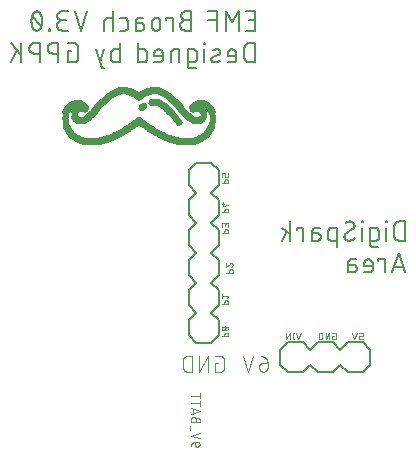
<source format=gbo>
G04 EAGLE Gerber RS-274X export*
G75*
%MOMM*%
%FSLAX34Y34*%
%LPD*%
%INSilkscreen Bottom*%
%IPPOS*%
%AMOC8*
5,1,8,0,0,1.08239X$1,22.5*%
G01*
%ADD10C,0.050800*%
%ADD11C,0.152400*%
%ADD12C,0.101600*%
%ADD13R,0.787400X0.025400*%
%ADD14R,1.168400X0.025400*%
%ADD15R,1.422400X0.025400*%
%ADD16R,1.651000X0.025400*%
%ADD17R,1.854200X0.025400*%
%ADD18R,2.057400X0.025400*%
%ADD19R,2.209800X0.025400*%
%ADD20R,2.336800X0.025400*%
%ADD21R,2.514600X0.025400*%
%ADD22R,2.641600X0.025400*%
%ADD23R,2.768600X0.025400*%
%ADD24R,2.870200X0.025400*%
%ADD25R,2.997200X0.025400*%
%ADD26R,3.124200X0.025400*%
%ADD27R,3.200400X0.025400*%
%ADD28R,3.327400X0.025400*%
%ADD29R,3.429000X0.025400*%
%ADD30R,3.505200X0.025400*%
%ADD31R,3.606800X0.025400*%
%ADD32R,3.708400X0.025400*%
%ADD33R,3.784600X0.025400*%
%ADD34R,1.676400X0.025400*%
%ADD35R,2.108200X0.025400*%
%ADD36R,1.397000X0.025400*%
%ADD37R,1.803400X0.025400*%
%ADD38R,1.270000X0.025400*%
%ADD39R,1.701800X0.025400*%
%ADD40R,1.193800X0.025400*%
%ADD41R,1.625600X0.025400*%
%ADD42R,1.143000X0.025400*%
%ADD43R,1.549400X0.025400*%
%ADD44R,1.092200X0.025400*%
%ADD45R,1.498600X0.025400*%
%ADD46R,1.041400X0.025400*%
%ADD47R,1.447800X0.025400*%
%ADD48R,1.016000X0.025400*%
%ADD49R,0.990600X0.025400*%
%ADD50R,1.371600X0.025400*%
%ADD51R,0.965200X0.025400*%
%ADD52R,1.346200X0.025400*%
%ADD53R,0.914400X0.025400*%
%ADD54R,1.320800X0.025400*%
%ADD55R,0.889000X0.025400*%
%ADD56R,1.295400X0.025400*%
%ADD57R,0.863600X0.025400*%
%ADD58R,0.838200X0.025400*%
%ADD59R,1.244600X0.025400*%
%ADD60R,1.219200X0.025400*%
%ADD61R,0.762000X0.025400*%
%ADD62R,0.736600X0.025400*%
%ADD63R,0.711200X0.025400*%
%ADD64R,1.117600X0.025400*%
%ADD65R,0.685800X0.025400*%
%ADD66R,0.660400X0.025400*%
%ADD67R,0.635000X0.025400*%
%ADD68R,1.066800X0.025400*%
%ADD69R,0.609600X0.025400*%
%ADD70R,0.584200X0.025400*%
%ADD71R,0.076200X0.025400*%
%ADD72R,0.254000X0.025400*%
%ADD73R,1.930400X0.025400*%
%ADD74R,0.330200X0.025400*%
%ADD75R,0.558800X0.025400*%
%ADD76R,1.828800X0.025400*%
%ADD77R,0.406400X0.025400*%
%ADD78R,1.778000X0.025400*%
%ADD79R,0.431800X0.025400*%
%ADD80R,0.304800X0.025400*%
%ADD81R,1.727200X0.025400*%
%ADD82R,0.482600X0.025400*%
%ADD83R,0.533400X0.025400*%
%ADD84R,1.574800X0.025400*%
%ADD85R,0.812800X0.025400*%
%ADD86R,1.473200X0.025400*%
%ADD87R,1.524000X0.025400*%
%ADD88R,1.600200X0.025400*%
%ADD89R,0.508000X0.025400*%
%ADD90R,1.752600X0.025400*%
%ADD91R,0.457200X0.025400*%
%ADD92R,0.939800X0.025400*%
%ADD93R,0.152400X0.025400*%
%ADD94R,0.279400X0.025400*%
%ADD95R,0.355600X0.025400*%
%ADD96R,2.006600X0.025400*%
%ADD97R,1.981200X0.025400*%
%ADD98R,1.955800X0.025400*%
%ADD99R,1.905000X0.025400*%
%ADD100R,1.879600X0.025400*%
%ADD101R,2.184400X0.025400*%
%ADD102R,2.692400X0.025400*%
%ADD103R,5.334000X0.025400*%
%ADD104R,5.283200X0.025400*%
%ADD105R,5.232400X0.025400*%
%ADD106R,5.130800X0.025400*%
%ADD107R,2.489200X0.025400*%
%ADD108R,2.413000X0.025400*%
%ADD109R,2.260600X0.025400*%
%ADD110R,2.082800X0.025400*%
%ADD111C,0.203200*%
%ADD112C,0.076200*%


D10*
X326554Y365454D02*
X332142Y365454D01*
X332142Y367006D01*
X332140Y367083D01*
X332134Y367161D01*
X332125Y367237D01*
X332111Y367314D01*
X332094Y367389D01*
X332073Y367463D01*
X332048Y367537D01*
X332020Y367609D01*
X331988Y367679D01*
X331953Y367748D01*
X331914Y367815D01*
X331872Y367880D01*
X331827Y367943D01*
X331779Y368004D01*
X331728Y368062D01*
X331674Y368117D01*
X331617Y368170D01*
X331558Y368219D01*
X331496Y368266D01*
X331432Y368310D01*
X331366Y368350D01*
X331298Y368387D01*
X331228Y368421D01*
X331157Y368451D01*
X331084Y368477D01*
X331010Y368500D01*
X330935Y368519D01*
X330860Y368534D01*
X330783Y368546D01*
X330706Y368554D01*
X330629Y368558D01*
X330551Y368558D01*
X330474Y368554D01*
X330397Y368546D01*
X330320Y368534D01*
X330245Y368519D01*
X330170Y368500D01*
X330096Y368477D01*
X330023Y368451D01*
X329952Y368421D01*
X329882Y368387D01*
X329814Y368350D01*
X329748Y368310D01*
X329684Y368266D01*
X329622Y368219D01*
X329563Y368170D01*
X329506Y368117D01*
X329452Y368062D01*
X329401Y368004D01*
X329353Y367943D01*
X329308Y367880D01*
X329266Y367815D01*
X329227Y367748D01*
X329192Y367679D01*
X329160Y367609D01*
X329132Y367537D01*
X329107Y367463D01*
X329086Y367389D01*
X329069Y367314D01*
X329055Y367237D01*
X329046Y367161D01*
X329040Y367083D01*
X329038Y367006D01*
X329038Y365454D01*
X329348Y370674D02*
X329479Y370676D01*
X329609Y370681D01*
X329739Y370691D01*
X329869Y370704D01*
X329999Y370720D01*
X330128Y370740D01*
X330256Y370764D01*
X330383Y370792D01*
X330510Y370823D01*
X330636Y370858D01*
X330761Y370896D01*
X330885Y370938D01*
X331007Y370983D01*
X331128Y371032D01*
X331248Y371084D01*
X331366Y371140D01*
X331426Y371163D01*
X331486Y371189D01*
X331543Y371218D01*
X331599Y371251D01*
X331653Y371287D01*
X331705Y371325D01*
X331755Y371367D01*
X331802Y371411D01*
X331847Y371458D01*
X331889Y371508D01*
X331928Y371559D01*
X331964Y371613D01*
X331997Y371669D01*
X332027Y371726D01*
X332054Y371785D01*
X332077Y371846D01*
X332097Y371907D01*
X332113Y371970D01*
X332126Y372034D01*
X332135Y372098D01*
X332140Y372162D01*
X332142Y372227D01*
X332140Y372292D01*
X332135Y372356D01*
X332126Y372420D01*
X332113Y372484D01*
X332097Y372547D01*
X332077Y372608D01*
X332054Y372669D01*
X332027Y372728D01*
X331997Y372785D01*
X331964Y372841D01*
X331928Y372895D01*
X331889Y372946D01*
X331847Y372996D01*
X331802Y373043D01*
X331755Y373087D01*
X331705Y373129D01*
X331653Y373167D01*
X331599Y373203D01*
X331543Y373236D01*
X331486Y373265D01*
X331426Y373291D01*
X331366Y373314D01*
X331366Y373313D02*
X331248Y373369D01*
X331128Y373421D01*
X331007Y373470D01*
X330885Y373515D01*
X330761Y373557D01*
X330636Y373595D01*
X330510Y373630D01*
X330384Y373661D01*
X330256Y373689D01*
X330128Y373713D01*
X329999Y373733D01*
X329869Y373749D01*
X329739Y373762D01*
X329609Y373772D01*
X329479Y373777D01*
X329348Y373779D01*
X329348Y370675D02*
X329217Y370677D01*
X329087Y370682D01*
X328957Y370692D01*
X328827Y370705D01*
X328697Y370721D01*
X328568Y370741D01*
X328440Y370765D01*
X328313Y370793D01*
X328186Y370824D01*
X328060Y370859D01*
X327935Y370897D01*
X327811Y370939D01*
X327689Y370984D01*
X327568Y371033D01*
X327448Y371085D01*
X327330Y371141D01*
X327330Y371140D02*
X327270Y371163D01*
X327210Y371189D01*
X327153Y371218D01*
X327097Y371251D01*
X327043Y371287D01*
X326991Y371325D01*
X326941Y371367D01*
X326894Y371411D01*
X326849Y371458D01*
X326807Y371508D01*
X326768Y371559D01*
X326732Y371613D01*
X326699Y371669D01*
X326669Y371726D01*
X326642Y371785D01*
X326619Y371846D01*
X326599Y371907D01*
X326583Y371970D01*
X326570Y372034D01*
X326561Y372098D01*
X326556Y372162D01*
X326554Y372227D01*
X327330Y373313D02*
X327448Y373369D01*
X327568Y373421D01*
X327689Y373470D01*
X327811Y373515D01*
X327935Y373557D01*
X328060Y373595D01*
X328186Y373630D01*
X328312Y373661D01*
X328440Y373689D01*
X328568Y373713D01*
X328697Y373733D01*
X328827Y373749D01*
X328957Y373762D01*
X329087Y373772D01*
X329217Y373777D01*
X329348Y373779D01*
X327330Y373314D02*
X327270Y373291D01*
X327210Y373265D01*
X327153Y373236D01*
X327097Y373203D01*
X327043Y373167D01*
X326991Y373129D01*
X326941Y373087D01*
X326894Y373043D01*
X326849Y372996D01*
X326807Y372946D01*
X326768Y372895D01*
X326732Y372841D01*
X326699Y372785D01*
X326669Y372728D01*
X326642Y372669D01*
X326619Y372608D01*
X326599Y372547D01*
X326583Y372484D01*
X326570Y372420D01*
X326561Y372356D01*
X326556Y372292D01*
X326554Y372227D01*
X327796Y370985D02*
X330900Y373469D01*
X330364Y419184D02*
X335952Y419184D01*
X335952Y420736D01*
X335950Y420813D01*
X335944Y420891D01*
X335935Y420967D01*
X335921Y421044D01*
X335904Y421119D01*
X335883Y421193D01*
X335858Y421267D01*
X335830Y421339D01*
X335798Y421409D01*
X335763Y421478D01*
X335724Y421545D01*
X335682Y421610D01*
X335637Y421673D01*
X335589Y421734D01*
X335538Y421792D01*
X335484Y421847D01*
X335427Y421900D01*
X335368Y421949D01*
X335306Y421996D01*
X335242Y422040D01*
X335176Y422080D01*
X335108Y422117D01*
X335038Y422151D01*
X334967Y422181D01*
X334894Y422207D01*
X334820Y422230D01*
X334745Y422249D01*
X334670Y422264D01*
X334593Y422276D01*
X334516Y422284D01*
X334439Y422288D01*
X334361Y422288D01*
X334284Y422284D01*
X334207Y422276D01*
X334130Y422264D01*
X334055Y422249D01*
X333980Y422230D01*
X333906Y422207D01*
X333833Y422181D01*
X333762Y422151D01*
X333692Y422117D01*
X333624Y422080D01*
X333558Y422040D01*
X333494Y421996D01*
X333432Y421949D01*
X333373Y421900D01*
X333316Y421847D01*
X333262Y421792D01*
X333211Y421734D01*
X333163Y421673D01*
X333118Y421610D01*
X333076Y421545D01*
X333037Y421478D01*
X333002Y421409D01*
X332970Y421339D01*
X332942Y421267D01*
X332917Y421193D01*
X332896Y421119D01*
X332879Y421044D01*
X332865Y420967D01*
X332856Y420891D01*
X332850Y420813D01*
X332848Y420736D01*
X332848Y419184D01*
X335952Y426112D02*
X335950Y426185D01*
X335944Y426258D01*
X335935Y426331D01*
X335921Y426402D01*
X335904Y426474D01*
X335884Y426544D01*
X335859Y426613D01*
X335831Y426680D01*
X335800Y426746D01*
X335765Y426811D01*
X335727Y426873D01*
X335685Y426933D01*
X335641Y426991D01*
X335593Y427047D01*
X335543Y427100D01*
X335490Y427150D01*
X335434Y427198D01*
X335376Y427242D01*
X335316Y427284D01*
X335254Y427322D01*
X335189Y427357D01*
X335123Y427388D01*
X335056Y427416D01*
X334987Y427441D01*
X334917Y427461D01*
X334845Y427478D01*
X334774Y427492D01*
X334701Y427501D01*
X334628Y427507D01*
X334555Y427509D01*
X335952Y426112D02*
X335950Y426028D01*
X335944Y425945D01*
X335935Y425862D01*
X335921Y425780D01*
X335904Y425698D01*
X335882Y425617D01*
X335857Y425537D01*
X335829Y425459D01*
X335797Y425381D01*
X335761Y425306D01*
X335722Y425232D01*
X335679Y425160D01*
X335633Y425090D01*
X335584Y425023D01*
X335531Y424957D01*
X335476Y424895D01*
X335418Y424835D01*
X335357Y424777D01*
X335294Y424723D01*
X335228Y424671D01*
X335160Y424623D01*
X335089Y424578D01*
X335017Y424536D01*
X334942Y424498D01*
X334866Y424463D01*
X334789Y424432D01*
X334710Y424404D01*
X333469Y427043D02*
X333522Y427097D01*
X333579Y427148D01*
X333638Y427196D01*
X333699Y427241D01*
X333762Y427282D01*
X333828Y427321D01*
X333895Y427356D01*
X333964Y427388D01*
X334035Y427416D01*
X334106Y427440D01*
X334179Y427461D01*
X334253Y427478D01*
X334328Y427492D01*
X334403Y427501D01*
X334479Y427507D01*
X334555Y427509D01*
X333468Y427043D02*
X330364Y424405D01*
X330364Y427509D01*
X332142Y392954D02*
X326554Y392954D01*
X332142Y392954D02*
X332142Y394506D01*
X332140Y394583D01*
X332134Y394661D01*
X332125Y394737D01*
X332111Y394814D01*
X332094Y394889D01*
X332073Y394963D01*
X332048Y395037D01*
X332020Y395109D01*
X331988Y395179D01*
X331953Y395248D01*
X331914Y395315D01*
X331872Y395380D01*
X331827Y395443D01*
X331779Y395504D01*
X331728Y395562D01*
X331674Y395617D01*
X331617Y395670D01*
X331558Y395719D01*
X331496Y395766D01*
X331432Y395810D01*
X331366Y395850D01*
X331298Y395887D01*
X331228Y395921D01*
X331157Y395951D01*
X331084Y395977D01*
X331010Y396000D01*
X330935Y396019D01*
X330860Y396034D01*
X330783Y396046D01*
X330706Y396054D01*
X330629Y396058D01*
X330551Y396058D01*
X330474Y396054D01*
X330397Y396046D01*
X330320Y396034D01*
X330245Y396019D01*
X330170Y396000D01*
X330096Y395977D01*
X330023Y395951D01*
X329952Y395921D01*
X329882Y395887D01*
X329814Y395850D01*
X329748Y395810D01*
X329684Y395766D01*
X329622Y395719D01*
X329563Y395670D01*
X329506Y395617D01*
X329452Y395562D01*
X329401Y395504D01*
X329353Y395443D01*
X329308Y395380D01*
X329266Y395315D01*
X329227Y395248D01*
X329192Y395179D01*
X329160Y395109D01*
X329132Y395037D01*
X329107Y394963D01*
X329086Y394889D01*
X329069Y394814D01*
X329055Y394737D01*
X329046Y394661D01*
X329040Y394583D01*
X329038Y394506D01*
X329038Y392954D01*
X330900Y398175D02*
X332142Y399727D01*
X326554Y399727D01*
X326554Y398175D02*
X326554Y401279D01*
X326554Y452994D02*
X332142Y452994D01*
X332142Y454546D01*
X332140Y454623D01*
X332134Y454701D01*
X332125Y454777D01*
X332111Y454854D01*
X332094Y454929D01*
X332073Y455003D01*
X332048Y455077D01*
X332020Y455149D01*
X331988Y455219D01*
X331953Y455288D01*
X331914Y455355D01*
X331872Y455420D01*
X331827Y455483D01*
X331779Y455544D01*
X331728Y455602D01*
X331674Y455657D01*
X331617Y455710D01*
X331558Y455759D01*
X331496Y455806D01*
X331432Y455850D01*
X331366Y455890D01*
X331298Y455927D01*
X331228Y455961D01*
X331157Y455991D01*
X331084Y456017D01*
X331010Y456040D01*
X330935Y456059D01*
X330860Y456074D01*
X330783Y456086D01*
X330706Y456094D01*
X330629Y456098D01*
X330551Y456098D01*
X330474Y456094D01*
X330397Y456086D01*
X330320Y456074D01*
X330245Y456059D01*
X330170Y456040D01*
X330096Y456017D01*
X330023Y455991D01*
X329952Y455961D01*
X329882Y455927D01*
X329814Y455890D01*
X329748Y455850D01*
X329684Y455806D01*
X329622Y455759D01*
X329563Y455710D01*
X329506Y455657D01*
X329452Y455602D01*
X329401Y455544D01*
X329353Y455483D01*
X329308Y455420D01*
X329266Y455355D01*
X329227Y455288D01*
X329192Y455219D01*
X329160Y455149D01*
X329132Y455077D01*
X329107Y455003D01*
X329086Y454929D01*
X329069Y454854D01*
X329055Y454777D01*
X329046Y454701D01*
X329040Y454623D01*
X329038Y454546D01*
X329038Y452994D01*
X326554Y458215D02*
X326554Y459767D01*
X326556Y459844D01*
X326562Y459922D01*
X326571Y459998D01*
X326585Y460075D01*
X326602Y460150D01*
X326623Y460224D01*
X326648Y460298D01*
X326676Y460370D01*
X326708Y460440D01*
X326743Y460509D01*
X326782Y460576D01*
X326824Y460641D01*
X326869Y460704D01*
X326917Y460765D01*
X326968Y460823D01*
X327022Y460878D01*
X327079Y460931D01*
X327138Y460980D01*
X327200Y461027D01*
X327264Y461071D01*
X327330Y461111D01*
X327398Y461148D01*
X327468Y461182D01*
X327539Y461212D01*
X327612Y461238D01*
X327686Y461261D01*
X327761Y461280D01*
X327836Y461295D01*
X327913Y461307D01*
X327990Y461315D01*
X328067Y461319D01*
X328145Y461319D01*
X328222Y461315D01*
X328299Y461307D01*
X328376Y461295D01*
X328451Y461280D01*
X328526Y461261D01*
X328600Y461238D01*
X328673Y461212D01*
X328744Y461182D01*
X328814Y461148D01*
X328882Y461111D01*
X328948Y461071D01*
X329012Y461027D01*
X329074Y460980D01*
X329133Y460931D01*
X329190Y460878D01*
X329244Y460823D01*
X329295Y460765D01*
X329343Y460704D01*
X329388Y460641D01*
X329430Y460576D01*
X329469Y460509D01*
X329504Y460440D01*
X329536Y460370D01*
X329564Y460298D01*
X329589Y460224D01*
X329610Y460150D01*
X329627Y460075D01*
X329641Y459998D01*
X329650Y459922D01*
X329656Y459844D01*
X329658Y459767D01*
X332142Y460077D02*
X332142Y458215D01*
X332142Y460077D02*
X332140Y460147D01*
X332134Y460216D01*
X332124Y460285D01*
X332111Y460353D01*
X332093Y460421D01*
X332072Y460487D01*
X332047Y460552D01*
X332019Y460616D01*
X331987Y460678D01*
X331952Y460738D01*
X331913Y460796D01*
X331871Y460851D01*
X331826Y460905D01*
X331778Y460955D01*
X331728Y461003D01*
X331674Y461048D01*
X331619Y461090D01*
X331561Y461129D01*
X331501Y461164D01*
X331439Y461196D01*
X331375Y461224D01*
X331310Y461249D01*
X331244Y461270D01*
X331176Y461288D01*
X331108Y461301D01*
X331039Y461311D01*
X330970Y461317D01*
X330900Y461319D01*
X330830Y461317D01*
X330761Y461311D01*
X330692Y461301D01*
X330624Y461288D01*
X330556Y461270D01*
X330490Y461249D01*
X330425Y461224D01*
X330361Y461196D01*
X330299Y461164D01*
X330239Y461129D01*
X330181Y461090D01*
X330126Y461048D01*
X330072Y461003D01*
X330022Y460955D01*
X329974Y460905D01*
X329929Y460851D01*
X329887Y460796D01*
X329848Y460738D01*
X329813Y460678D01*
X329781Y460616D01*
X329753Y460552D01*
X329728Y460487D01*
X329707Y460421D01*
X329689Y460353D01*
X329676Y460285D01*
X329666Y460216D01*
X329660Y460147D01*
X329658Y460077D01*
X329658Y458835D01*
X332142Y470454D02*
X326554Y470454D01*
X332142Y470454D02*
X332142Y472006D01*
X332140Y472083D01*
X332134Y472161D01*
X332125Y472237D01*
X332111Y472314D01*
X332094Y472389D01*
X332073Y472463D01*
X332048Y472537D01*
X332020Y472609D01*
X331988Y472679D01*
X331953Y472748D01*
X331914Y472815D01*
X331872Y472880D01*
X331827Y472943D01*
X331779Y473004D01*
X331728Y473062D01*
X331674Y473117D01*
X331617Y473170D01*
X331558Y473219D01*
X331496Y473266D01*
X331432Y473310D01*
X331366Y473350D01*
X331298Y473387D01*
X331228Y473421D01*
X331157Y473451D01*
X331084Y473477D01*
X331010Y473500D01*
X330935Y473519D01*
X330860Y473534D01*
X330783Y473546D01*
X330706Y473554D01*
X330629Y473558D01*
X330551Y473558D01*
X330474Y473554D01*
X330397Y473546D01*
X330320Y473534D01*
X330245Y473519D01*
X330170Y473500D01*
X330096Y473477D01*
X330023Y473451D01*
X329952Y473421D01*
X329882Y473387D01*
X329814Y473350D01*
X329748Y473310D01*
X329684Y473266D01*
X329622Y473219D01*
X329563Y473170D01*
X329506Y473117D01*
X329452Y473062D01*
X329401Y473004D01*
X329353Y472943D01*
X329308Y472880D01*
X329266Y472815D01*
X329227Y472748D01*
X329192Y472679D01*
X329160Y472609D01*
X329132Y472537D01*
X329107Y472463D01*
X329086Y472389D01*
X329069Y472314D01*
X329055Y472237D01*
X329046Y472161D01*
X329040Y472083D01*
X329038Y472006D01*
X329038Y470454D01*
X327796Y475675D02*
X332142Y476916D01*
X327796Y475675D02*
X327796Y478779D01*
X329038Y477848D02*
X326554Y477848D01*
X326554Y495454D02*
X332142Y495454D01*
X332142Y497006D01*
X332140Y497083D01*
X332134Y497161D01*
X332125Y497237D01*
X332111Y497314D01*
X332094Y497389D01*
X332073Y497463D01*
X332048Y497537D01*
X332020Y497609D01*
X331988Y497679D01*
X331953Y497748D01*
X331914Y497815D01*
X331872Y497880D01*
X331827Y497943D01*
X331779Y498004D01*
X331728Y498062D01*
X331674Y498117D01*
X331617Y498170D01*
X331558Y498219D01*
X331496Y498266D01*
X331432Y498310D01*
X331366Y498350D01*
X331298Y498387D01*
X331228Y498421D01*
X331157Y498451D01*
X331084Y498477D01*
X331010Y498500D01*
X330935Y498519D01*
X330860Y498534D01*
X330783Y498546D01*
X330706Y498554D01*
X330629Y498558D01*
X330551Y498558D01*
X330474Y498554D01*
X330397Y498546D01*
X330320Y498534D01*
X330245Y498519D01*
X330170Y498500D01*
X330096Y498477D01*
X330023Y498451D01*
X329952Y498421D01*
X329882Y498387D01*
X329814Y498350D01*
X329748Y498310D01*
X329684Y498266D01*
X329622Y498219D01*
X329563Y498170D01*
X329506Y498117D01*
X329452Y498062D01*
X329401Y498004D01*
X329353Y497943D01*
X329308Y497880D01*
X329266Y497815D01*
X329227Y497748D01*
X329192Y497679D01*
X329160Y497609D01*
X329132Y497537D01*
X329107Y497463D01*
X329086Y497389D01*
X329069Y497314D01*
X329055Y497237D01*
X329046Y497161D01*
X329040Y497083D01*
X329038Y497006D01*
X329038Y495454D01*
X326554Y500675D02*
X326554Y502537D01*
X326556Y502607D01*
X326562Y502676D01*
X326572Y502745D01*
X326585Y502813D01*
X326603Y502881D01*
X326624Y502947D01*
X326649Y503012D01*
X326677Y503076D01*
X326709Y503138D01*
X326744Y503198D01*
X326783Y503256D01*
X326825Y503311D01*
X326870Y503365D01*
X326918Y503415D01*
X326968Y503463D01*
X327022Y503508D01*
X327077Y503550D01*
X327135Y503589D01*
X327195Y503624D01*
X327257Y503656D01*
X327321Y503684D01*
X327386Y503709D01*
X327452Y503730D01*
X327520Y503748D01*
X327588Y503761D01*
X327657Y503771D01*
X327726Y503777D01*
X327796Y503779D01*
X328417Y503779D01*
X328487Y503777D01*
X328556Y503771D01*
X328625Y503761D01*
X328693Y503748D01*
X328761Y503730D01*
X328827Y503709D01*
X328892Y503684D01*
X328956Y503656D01*
X329018Y503624D01*
X329078Y503589D01*
X329136Y503550D01*
X329191Y503508D01*
X329245Y503463D01*
X329295Y503415D01*
X329343Y503365D01*
X329388Y503311D01*
X329430Y503256D01*
X329469Y503198D01*
X329504Y503138D01*
X329536Y503076D01*
X329564Y503012D01*
X329589Y502947D01*
X329610Y502881D01*
X329628Y502813D01*
X329641Y502745D01*
X329651Y502676D01*
X329657Y502607D01*
X329659Y502537D01*
X329658Y502537D02*
X329658Y500675D01*
X332142Y500675D01*
X332142Y503779D01*
X444183Y362954D02*
X446046Y362954D01*
X444183Y362954D02*
X444113Y362956D01*
X444044Y362962D01*
X443975Y362972D01*
X443907Y362985D01*
X443839Y363003D01*
X443773Y363024D01*
X443708Y363049D01*
X443644Y363077D01*
X443582Y363109D01*
X443522Y363144D01*
X443464Y363183D01*
X443409Y363225D01*
X443355Y363270D01*
X443305Y363318D01*
X443257Y363368D01*
X443212Y363422D01*
X443170Y363477D01*
X443131Y363535D01*
X443096Y363595D01*
X443064Y363657D01*
X443036Y363721D01*
X443011Y363786D01*
X442990Y363852D01*
X442972Y363920D01*
X442959Y363988D01*
X442949Y364057D01*
X442943Y364126D01*
X442941Y364196D01*
X442942Y364196D02*
X442942Y364817D01*
X442941Y364817D02*
X442943Y364887D01*
X442949Y364956D01*
X442959Y365025D01*
X442972Y365093D01*
X442990Y365161D01*
X443011Y365227D01*
X443036Y365292D01*
X443064Y365356D01*
X443096Y365418D01*
X443131Y365478D01*
X443170Y365536D01*
X443212Y365591D01*
X443257Y365645D01*
X443305Y365695D01*
X443355Y365743D01*
X443409Y365788D01*
X443464Y365830D01*
X443522Y365869D01*
X443582Y365904D01*
X443644Y365936D01*
X443708Y365964D01*
X443773Y365989D01*
X443839Y366010D01*
X443907Y366028D01*
X443975Y366041D01*
X444044Y366051D01*
X444113Y366057D01*
X444183Y366059D01*
X444183Y366058D02*
X446046Y366058D01*
X446046Y368542D01*
X442942Y368542D01*
X440870Y368542D02*
X439007Y362954D01*
X437145Y368542D01*
X421373Y366058D02*
X420442Y366058D01*
X420442Y362954D01*
X422304Y362954D01*
X422374Y362956D01*
X422443Y362962D01*
X422512Y362972D01*
X422580Y362985D01*
X422648Y363003D01*
X422714Y363024D01*
X422779Y363049D01*
X422843Y363077D01*
X422905Y363109D01*
X422965Y363144D01*
X423023Y363183D01*
X423078Y363225D01*
X423132Y363270D01*
X423182Y363318D01*
X423230Y363368D01*
X423275Y363422D01*
X423317Y363477D01*
X423356Y363535D01*
X423391Y363595D01*
X423423Y363657D01*
X423451Y363721D01*
X423476Y363786D01*
X423497Y363852D01*
X423515Y363920D01*
X423528Y363988D01*
X423538Y364057D01*
X423544Y364126D01*
X423546Y364196D01*
X423546Y367300D01*
X423544Y367370D01*
X423538Y367439D01*
X423528Y367508D01*
X423515Y367576D01*
X423497Y367644D01*
X423476Y367710D01*
X423451Y367775D01*
X423423Y367839D01*
X423391Y367901D01*
X423356Y367961D01*
X423317Y368019D01*
X423275Y368074D01*
X423230Y368128D01*
X423182Y368178D01*
X423132Y368226D01*
X423078Y368271D01*
X423023Y368313D01*
X422965Y368352D01*
X422905Y368387D01*
X422843Y368419D01*
X422779Y368447D01*
X422714Y368472D01*
X422648Y368493D01*
X422580Y368511D01*
X422512Y368524D01*
X422443Y368534D01*
X422374Y368540D01*
X422304Y368542D01*
X420442Y368542D01*
X417694Y368542D02*
X417694Y362954D01*
X414589Y362954D02*
X417694Y368542D01*
X414589Y368542D02*
X414589Y362954D01*
X411842Y362954D02*
X411842Y368542D01*
X410290Y368542D01*
X410214Y368540D01*
X410138Y368535D01*
X410062Y368525D01*
X409987Y368512D01*
X409913Y368495D01*
X409839Y368475D01*
X409767Y368451D01*
X409696Y368424D01*
X409626Y368393D01*
X409558Y368359D01*
X409492Y368321D01*
X409428Y368280D01*
X409365Y368237D01*
X409305Y368190D01*
X409248Y368140D01*
X409193Y368087D01*
X409140Y368032D01*
X409090Y367975D01*
X409043Y367915D01*
X409000Y367852D01*
X408959Y367788D01*
X408921Y367722D01*
X408887Y367654D01*
X408856Y367584D01*
X408829Y367513D01*
X408805Y367441D01*
X408785Y367367D01*
X408768Y367293D01*
X408755Y367218D01*
X408745Y367142D01*
X408740Y367066D01*
X408738Y366990D01*
X408737Y366990D02*
X408737Y364506D01*
X408738Y364506D02*
X408740Y364430D01*
X408745Y364354D01*
X408755Y364278D01*
X408768Y364203D01*
X408785Y364129D01*
X408805Y364055D01*
X408829Y363983D01*
X408856Y363912D01*
X408887Y363842D01*
X408921Y363774D01*
X408959Y363708D01*
X409000Y363644D01*
X409043Y363581D01*
X409090Y363521D01*
X409140Y363464D01*
X409193Y363409D01*
X409248Y363356D01*
X409305Y363306D01*
X409365Y363259D01*
X409428Y363216D01*
X409492Y363175D01*
X409558Y363137D01*
X409626Y363103D01*
X409696Y363072D01*
X409767Y363045D01*
X409839Y363021D01*
X409913Y363001D01*
X409987Y362984D01*
X410062Y362971D01*
X410138Y362961D01*
X410214Y362956D01*
X410290Y362954D01*
X411842Y362954D01*
X393546Y368542D02*
X391683Y362954D01*
X389821Y368542D01*
X387294Y368542D02*
X387294Y362954D01*
X387915Y362954D02*
X386673Y362954D01*
X386673Y368542D02*
X387915Y368542D01*
X384275Y368542D02*
X384275Y362954D01*
X381170Y362954D02*
X384275Y368542D01*
X381170Y368542D02*
X381170Y362954D01*
D11*
X354838Y624332D02*
X347613Y624332D01*
X354838Y624332D02*
X354838Y640588D01*
X347613Y640588D01*
X349419Y633363D02*
X354838Y633363D01*
X341182Y640588D02*
X341182Y624332D01*
X335763Y631557D02*
X341182Y640588D01*
X335763Y631557D02*
X330344Y640588D01*
X330344Y624332D01*
X322533Y624332D02*
X322533Y640588D01*
X315309Y640588D01*
X315309Y633363D02*
X322533Y633363D01*
X300469Y633363D02*
X295953Y633363D01*
X295953Y633364D02*
X295820Y633362D01*
X295688Y633356D01*
X295556Y633346D01*
X295424Y633333D01*
X295292Y633315D01*
X295162Y633294D01*
X295031Y633269D01*
X294902Y633240D01*
X294774Y633207D01*
X294646Y633171D01*
X294520Y633131D01*
X294395Y633087D01*
X294271Y633039D01*
X294149Y632988D01*
X294028Y632933D01*
X293909Y632875D01*
X293791Y632813D01*
X293676Y632748D01*
X293562Y632679D01*
X293451Y632608D01*
X293342Y632532D01*
X293235Y632454D01*
X293130Y632373D01*
X293028Y632288D01*
X292928Y632201D01*
X292831Y632111D01*
X292736Y632018D01*
X292645Y631922D01*
X292556Y631824D01*
X292470Y631723D01*
X292387Y631619D01*
X292307Y631513D01*
X292231Y631405D01*
X292157Y631295D01*
X292087Y631182D01*
X292020Y631068D01*
X291957Y630951D01*
X291897Y630833D01*
X291840Y630713D01*
X291787Y630591D01*
X291738Y630468D01*
X291692Y630344D01*
X291650Y630218D01*
X291612Y630091D01*
X291577Y629963D01*
X291546Y629834D01*
X291519Y629705D01*
X291496Y629574D01*
X291476Y629443D01*
X291461Y629311D01*
X291449Y629179D01*
X291441Y629047D01*
X291437Y628914D01*
X291437Y628782D01*
X291441Y628649D01*
X291449Y628517D01*
X291461Y628385D01*
X291476Y628253D01*
X291496Y628122D01*
X291519Y627991D01*
X291546Y627862D01*
X291577Y627733D01*
X291612Y627605D01*
X291650Y627478D01*
X291692Y627352D01*
X291738Y627228D01*
X291787Y627105D01*
X291840Y626983D01*
X291897Y626863D01*
X291957Y626745D01*
X292020Y626628D01*
X292087Y626514D01*
X292157Y626401D01*
X292231Y626291D01*
X292307Y626183D01*
X292387Y626077D01*
X292470Y625973D01*
X292556Y625872D01*
X292645Y625774D01*
X292736Y625678D01*
X292831Y625585D01*
X292928Y625495D01*
X293028Y625408D01*
X293130Y625323D01*
X293235Y625242D01*
X293342Y625164D01*
X293451Y625088D01*
X293562Y625017D01*
X293676Y624948D01*
X293791Y624883D01*
X293909Y624821D01*
X294028Y624763D01*
X294149Y624708D01*
X294271Y624657D01*
X294395Y624609D01*
X294520Y624565D01*
X294646Y624525D01*
X294774Y624489D01*
X294902Y624456D01*
X295031Y624427D01*
X295162Y624402D01*
X295292Y624381D01*
X295424Y624363D01*
X295556Y624350D01*
X295688Y624340D01*
X295820Y624334D01*
X295953Y624332D01*
X300469Y624332D01*
X300469Y640588D01*
X295953Y640588D01*
X295834Y640586D01*
X295714Y640580D01*
X295595Y640570D01*
X295477Y640556D01*
X295358Y640539D01*
X295241Y640517D01*
X295124Y640492D01*
X295009Y640462D01*
X294894Y640429D01*
X294780Y640392D01*
X294668Y640352D01*
X294557Y640307D01*
X294448Y640259D01*
X294340Y640208D01*
X294234Y640153D01*
X294130Y640094D01*
X294028Y640032D01*
X293928Y639967D01*
X293830Y639898D01*
X293734Y639826D01*
X293641Y639751D01*
X293551Y639674D01*
X293463Y639593D01*
X293378Y639509D01*
X293296Y639422D01*
X293216Y639333D01*
X293140Y639241D01*
X293066Y639147D01*
X292996Y639050D01*
X292929Y638952D01*
X292865Y638851D01*
X292805Y638747D01*
X292748Y638642D01*
X292695Y638535D01*
X292645Y638427D01*
X292599Y638317D01*
X292557Y638205D01*
X292518Y638092D01*
X292483Y637978D01*
X292452Y637863D01*
X292424Y637746D01*
X292401Y637629D01*
X292381Y637512D01*
X292365Y637393D01*
X292353Y637274D01*
X292345Y637155D01*
X292341Y637036D01*
X292341Y636916D01*
X292345Y636797D01*
X292353Y636678D01*
X292365Y636559D01*
X292381Y636440D01*
X292401Y636323D01*
X292424Y636206D01*
X292452Y636089D01*
X292483Y635974D01*
X292518Y635860D01*
X292557Y635747D01*
X292599Y635635D01*
X292645Y635525D01*
X292695Y635417D01*
X292748Y635310D01*
X292805Y635205D01*
X292865Y635101D01*
X292929Y635000D01*
X292996Y634902D01*
X293066Y634805D01*
X293140Y634711D01*
X293216Y634619D01*
X293296Y634530D01*
X293378Y634443D01*
X293463Y634359D01*
X293551Y634278D01*
X293641Y634201D01*
X293734Y634126D01*
X293830Y634054D01*
X293928Y633985D01*
X294028Y633920D01*
X294130Y633858D01*
X294234Y633799D01*
X294340Y633744D01*
X294448Y633693D01*
X294557Y633645D01*
X294668Y633600D01*
X294780Y633560D01*
X294894Y633523D01*
X295009Y633490D01*
X295124Y633460D01*
X295241Y633435D01*
X295358Y633413D01*
X295477Y633396D01*
X295595Y633382D01*
X295714Y633372D01*
X295834Y633366D01*
X295953Y633364D01*
X285102Y635169D02*
X285102Y624332D01*
X285102Y635169D02*
X279684Y635169D01*
X279684Y633363D01*
X274766Y631557D02*
X274766Y627944D01*
X274766Y631557D02*
X274764Y631676D01*
X274758Y631796D01*
X274748Y631915D01*
X274734Y632033D01*
X274717Y632152D01*
X274695Y632269D01*
X274670Y632386D01*
X274640Y632501D01*
X274607Y632616D01*
X274570Y632730D01*
X274530Y632842D01*
X274485Y632953D01*
X274437Y633062D01*
X274386Y633170D01*
X274331Y633276D01*
X274272Y633380D01*
X274210Y633482D01*
X274145Y633582D01*
X274076Y633680D01*
X274004Y633776D01*
X273929Y633869D01*
X273852Y633959D01*
X273771Y634047D01*
X273687Y634132D01*
X273600Y634214D01*
X273511Y634294D01*
X273419Y634370D01*
X273325Y634444D01*
X273228Y634514D01*
X273130Y634581D01*
X273029Y634645D01*
X272925Y634705D01*
X272820Y634762D01*
X272713Y634815D01*
X272605Y634865D01*
X272495Y634911D01*
X272383Y634953D01*
X272270Y634992D01*
X272156Y635027D01*
X272041Y635058D01*
X271924Y635086D01*
X271807Y635109D01*
X271690Y635129D01*
X271571Y635145D01*
X271452Y635157D01*
X271333Y635165D01*
X271214Y635169D01*
X271094Y635169D01*
X270975Y635165D01*
X270856Y635157D01*
X270737Y635145D01*
X270618Y635129D01*
X270501Y635109D01*
X270384Y635086D01*
X270267Y635058D01*
X270152Y635027D01*
X270038Y634992D01*
X269925Y634953D01*
X269813Y634911D01*
X269703Y634865D01*
X269595Y634815D01*
X269488Y634762D01*
X269383Y634705D01*
X269279Y634645D01*
X269178Y634581D01*
X269080Y634514D01*
X268983Y634444D01*
X268889Y634370D01*
X268797Y634294D01*
X268708Y634214D01*
X268621Y634132D01*
X268537Y634047D01*
X268456Y633959D01*
X268379Y633869D01*
X268304Y633776D01*
X268232Y633680D01*
X268163Y633582D01*
X268098Y633482D01*
X268036Y633380D01*
X267977Y633276D01*
X267922Y633170D01*
X267871Y633062D01*
X267823Y632953D01*
X267778Y632842D01*
X267738Y632730D01*
X267701Y632616D01*
X267668Y632501D01*
X267638Y632386D01*
X267613Y632269D01*
X267591Y632152D01*
X267574Y632033D01*
X267560Y631915D01*
X267550Y631796D01*
X267544Y631676D01*
X267542Y631557D01*
X267542Y627944D01*
X267544Y627825D01*
X267550Y627705D01*
X267560Y627586D01*
X267574Y627468D01*
X267591Y627349D01*
X267613Y627232D01*
X267638Y627115D01*
X267668Y627000D01*
X267701Y626885D01*
X267738Y626771D01*
X267778Y626659D01*
X267823Y626548D01*
X267871Y626439D01*
X267922Y626331D01*
X267977Y626225D01*
X268036Y626121D01*
X268098Y626019D01*
X268163Y625919D01*
X268232Y625821D01*
X268304Y625725D01*
X268379Y625632D01*
X268456Y625542D01*
X268537Y625454D01*
X268621Y625369D01*
X268708Y625287D01*
X268797Y625207D01*
X268889Y625131D01*
X268983Y625057D01*
X269080Y624987D01*
X269178Y624920D01*
X269279Y624856D01*
X269383Y624796D01*
X269488Y624739D01*
X269595Y624686D01*
X269703Y624636D01*
X269813Y624590D01*
X269925Y624548D01*
X270038Y624509D01*
X270152Y624474D01*
X270267Y624443D01*
X270384Y624415D01*
X270501Y624392D01*
X270618Y624372D01*
X270737Y624356D01*
X270856Y624344D01*
X270975Y624336D01*
X271094Y624332D01*
X271214Y624332D01*
X271333Y624336D01*
X271452Y624344D01*
X271571Y624356D01*
X271690Y624372D01*
X271807Y624392D01*
X271924Y624415D01*
X272041Y624443D01*
X272156Y624474D01*
X272270Y624509D01*
X272383Y624548D01*
X272495Y624590D01*
X272605Y624636D01*
X272713Y624686D01*
X272820Y624739D01*
X272925Y624796D01*
X273029Y624856D01*
X273130Y624920D01*
X273228Y624987D01*
X273325Y625057D01*
X273419Y625131D01*
X273511Y625207D01*
X273600Y625287D01*
X273687Y625369D01*
X273771Y625454D01*
X273852Y625542D01*
X273929Y625632D01*
X274004Y625725D01*
X274076Y625821D01*
X274145Y625919D01*
X274210Y626019D01*
X274272Y626121D01*
X274331Y626225D01*
X274386Y626331D01*
X274437Y626439D01*
X274485Y626548D01*
X274530Y626659D01*
X274570Y626771D01*
X274607Y626885D01*
X274640Y627000D01*
X274670Y627115D01*
X274695Y627232D01*
X274717Y627349D01*
X274734Y627468D01*
X274748Y627586D01*
X274758Y627705D01*
X274764Y627825D01*
X274766Y627944D01*
X258132Y630654D02*
X254068Y630654D01*
X258132Y630654D02*
X258244Y630652D01*
X258355Y630646D01*
X258466Y630636D01*
X258577Y630623D01*
X258687Y630605D01*
X258796Y630583D01*
X258905Y630558D01*
X259013Y630529D01*
X259119Y630496D01*
X259225Y630459D01*
X259329Y630419D01*
X259431Y630375D01*
X259532Y630327D01*
X259631Y630276D01*
X259729Y630221D01*
X259824Y630163D01*
X259917Y630102D01*
X260008Y630037D01*
X260097Y629969D01*
X260183Y629898D01*
X260266Y629825D01*
X260347Y629748D01*
X260426Y629668D01*
X260501Y629586D01*
X260573Y629501D01*
X260643Y629414D01*
X260709Y629324D01*
X260772Y629232D01*
X260832Y629137D01*
X260888Y629041D01*
X260941Y628943D01*
X260990Y628843D01*
X261036Y628741D01*
X261078Y628638D01*
X261117Y628533D01*
X261152Y628427D01*
X261183Y628320D01*
X261210Y628212D01*
X261234Y628103D01*
X261253Y627993D01*
X261269Y627883D01*
X261281Y627772D01*
X261289Y627660D01*
X261293Y627549D01*
X261293Y627437D01*
X261289Y627326D01*
X261281Y627214D01*
X261269Y627103D01*
X261253Y626993D01*
X261234Y626883D01*
X261210Y626774D01*
X261183Y626666D01*
X261152Y626559D01*
X261117Y626453D01*
X261078Y626348D01*
X261036Y626245D01*
X260990Y626143D01*
X260941Y626043D01*
X260888Y625945D01*
X260832Y625849D01*
X260772Y625754D01*
X260709Y625662D01*
X260643Y625572D01*
X260573Y625485D01*
X260501Y625400D01*
X260426Y625318D01*
X260347Y625238D01*
X260266Y625161D01*
X260183Y625088D01*
X260097Y625017D01*
X260008Y624949D01*
X259917Y624884D01*
X259824Y624823D01*
X259729Y624765D01*
X259631Y624710D01*
X259532Y624659D01*
X259431Y624611D01*
X259329Y624567D01*
X259225Y624527D01*
X259119Y624490D01*
X259013Y624457D01*
X258905Y624428D01*
X258796Y624403D01*
X258687Y624381D01*
X258577Y624363D01*
X258466Y624350D01*
X258355Y624340D01*
X258244Y624334D01*
X258132Y624332D01*
X254068Y624332D01*
X254068Y632460D01*
X254070Y632561D01*
X254076Y632662D01*
X254085Y632763D01*
X254098Y632864D01*
X254115Y632964D01*
X254136Y633063D01*
X254160Y633161D01*
X254188Y633258D01*
X254220Y633355D01*
X254255Y633450D01*
X254294Y633543D01*
X254336Y633635D01*
X254382Y633726D01*
X254431Y633815D01*
X254483Y633901D01*
X254539Y633986D01*
X254597Y634069D01*
X254659Y634149D01*
X254724Y634227D01*
X254791Y634303D01*
X254861Y634376D01*
X254934Y634446D01*
X255010Y634513D01*
X255088Y634578D01*
X255168Y634640D01*
X255251Y634698D01*
X255336Y634754D01*
X255423Y634806D01*
X255511Y634855D01*
X255602Y634901D01*
X255694Y634943D01*
X255787Y634982D01*
X255882Y635017D01*
X255979Y635049D01*
X256076Y635077D01*
X256174Y635101D01*
X256273Y635122D01*
X256373Y635139D01*
X256474Y635152D01*
X256575Y635161D01*
X256676Y635167D01*
X256777Y635169D01*
X260390Y635169D01*
X244424Y624332D02*
X240812Y624332D01*
X244424Y624332D02*
X244525Y624334D01*
X244626Y624340D01*
X244727Y624349D01*
X244828Y624362D01*
X244928Y624379D01*
X245027Y624400D01*
X245125Y624424D01*
X245222Y624452D01*
X245319Y624484D01*
X245414Y624519D01*
X245507Y624558D01*
X245599Y624600D01*
X245690Y624646D01*
X245779Y624695D01*
X245865Y624747D01*
X245950Y624803D01*
X246033Y624861D01*
X246113Y624923D01*
X246191Y624988D01*
X246267Y625055D01*
X246340Y625125D01*
X246410Y625198D01*
X246477Y625274D01*
X246542Y625352D01*
X246604Y625432D01*
X246662Y625515D01*
X246718Y625600D01*
X246770Y625687D01*
X246819Y625775D01*
X246865Y625866D01*
X246907Y625958D01*
X246946Y626051D01*
X246981Y626146D01*
X247013Y626243D01*
X247041Y626340D01*
X247065Y626438D01*
X247086Y626537D01*
X247103Y626637D01*
X247116Y626738D01*
X247125Y626839D01*
X247131Y626940D01*
X247133Y627041D01*
X247134Y627041D02*
X247134Y632460D01*
X247133Y632460D02*
X247131Y632561D01*
X247125Y632662D01*
X247116Y632763D01*
X247103Y632864D01*
X247086Y632964D01*
X247065Y633063D01*
X247041Y633161D01*
X247013Y633258D01*
X246981Y633355D01*
X246946Y633450D01*
X246907Y633543D01*
X246865Y633635D01*
X246819Y633726D01*
X246770Y633815D01*
X246718Y633901D01*
X246662Y633986D01*
X246604Y634069D01*
X246542Y634149D01*
X246477Y634227D01*
X246410Y634303D01*
X246340Y634376D01*
X246267Y634446D01*
X246191Y634513D01*
X246113Y634578D01*
X246033Y634640D01*
X245950Y634698D01*
X245865Y634754D01*
X245779Y634806D01*
X245690Y634855D01*
X245599Y634901D01*
X245507Y634943D01*
X245414Y634982D01*
X245319Y635017D01*
X245222Y635049D01*
X245125Y635077D01*
X245027Y635101D01*
X244928Y635122D01*
X244828Y635139D01*
X244727Y635152D01*
X244626Y635161D01*
X244525Y635167D01*
X244424Y635169D01*
X240812Y635169D01*
X234646Y640588D02*
X234646Y624332D01*
X234646Y635169D02*
X230131Y635169D01*
X230027Y635167D01*
X229924Y635161D01*
X229820Y635151D01*
X229717Y635137D01*
X229615Y635119D01*
X229514Y635098D01*
X229413Y635072D01*
X229314Y635043D01*
X229215Y635010D01*
X229118Y634973D01*
X229023Y634932D01*
X228929Y634888D01*
X228837Y634840D01*
X228747Y634789D01*
X228658Y634734D01*
X228572Y634676D01*
X228489Y634614D01*
X228407Y634550D01*
X228329Y634482D01*
X228253Y634412D01*
X228179Y634339D01*
X228109Y634262D01*
X228041Y634184D01*
X227977Y634102D01*
X227915Y634019D01*
X227857Y633933D01*
X227802Y633844D01*
X227751Y633754D01*
X227703Y633662D01*
X227659Y633568D01*
X227618Y633473D01*
X227581Y633376D01*
X227548Y633277D01*
X227519Y633178D01*
X227493Y633077D01*
X227472Y632976D01*
X227454Y632874D01*
X227440Y632771D01*
X227430Y632667D01*
X227424Y632564D01*
X227422Y632460D01*
X227421Y632460D02*
X227421Y624332D01*
X207587Y624332D02*
X213006Y640588D01*
X202168Y640588D02*
X207587Y624332D01*
X196471Y624332D02*
X191956Y624332D01*
X191823Y624334D01*
X191691Y624340D01*
X191559Y624350D01*
X191427Y624363D01*
X191295Y624381D01*
X191165Y624402D01*
X191034Y624427D01*
X190905Y624456D01*
X190777Y624489D01*
X190649Y624525D01*
X190523Y624565D01*
X190398Y624609D01*
X190274Y624657D01*
X190152Y624708D01*
X190031Y624763D01*
X189912Y624821D01*
X189794Y624883D01*
X189679Y624948D01*
X189565Y625017D01*
X189454Y625088D01*
X189345Y625164D01*
X189238Y625242D01*
X189133Y625323D01*
X189031Y625408D01*
X188931Y625495D01*
X188834Y625585D01*
X188739Y625678D01*
X188648Y625774D01*
X188559Y625872D01*
X188473Y625973D01*
X188390Y626077D01*
X188310Y626183D01*
X188234Y626291D01*
X188160Y626401D01*
X188090Y626514D01*
X188023Y626628D01*
X187960Y626745D01*
X187900Y626863D01*
X187843Y626983D01*
X187790Y627105D01*
X187741Y627228D01*
X187695Y627352D01*
X187653Y627478D01*
X187615Y627605D01*
X187580Y627733D01*
X187549Y627862D01*
X187522Y627991D01*
X187499Y628122D01*
X187479Y628253D01*
X187464Y628385D01*
X187452Y628517D01*
X187444Y628649D01*
X187440Y628782D01*
X187440Y628914D01*
X187444Y629047D01*
X187452Y629179D01*
X187464Y629311D01*
X187479Y629443D01*
X187499Y629574D01*
X187522Y629705D01*
X187549Y629834D01*
X187580Y629963D01*
X187615Y630091D01*
X187653Y630218D01*
X187695Y630344D01*
X187741Y630468D01*
X187790Y630591D01*
X187843Y630713D01*
X187900Y630833D01*
X187960Y630951D01*
X188023Y631068D01*
X188090Y631182D01*
X188160Y631295D01*
X188234Y631405D01*
X188310Y631513D01*
X188390Y631619D01*
X188473Y631723D01*
X188559Y631824D01*
X188648Y631922D01*
X188739Y632018D01*
X188834Y632111D01*
X188931Y632201D01*
X189031Y632288D01*
X189133Y632373D01*
X189238Y632454D01*
X189345Y632532D01*
X189454Y632608D01*
X189565Y632679D01*
X189679Y632748D01*
X189794Y632813D01*
X189912Y632875D01*
X190031Y632933D01*
X190152Y632988D01*
X190274Y633039D01*
X190398Y633087D01*
X190523Y633131D01*
X190649Y633171D01*
X190777Y633207D01*
X190905Y633240D01*
X191034Y633269D01*
X191165Y633294D01*
X191295Y633315D01*
X191427Y633333D01*
X191559Y633346D01*
X191691Y633356D01*
X191823Y633362D01*
X191956Y633364D01*
X191053Y640588D02*
X196471Y640588D01*
X191053Y640588D02*
X190934Y640586D01*
X190814Y640580D01*
X190695Y640570D01*
X190577Y640556D01*
X190458Y640539D01*
X190341Y640517D01*
X190224Y640492D01*
X190109Y640462D01*
X189994Y640429D01*
X189880Y640392D01*
X189768Y640352D01*
X189657Y640307D01*
X189548Y640259D01*
X189440Y640208D01*
X189334Y640153D01*
X189230Y640094D01*
X189128Y640032D01*
X189028Y639967D01*
X188930Y639898D01*
X188834Y639826D01*
X188741Y639751D01*
X188651Y639674D01*
X188563Y639593D01*
X188478Y639509D01*
X188396Y639422D01*
X188316Y639333D01*
X188240Y639241D01*
X188166Y639147D01*
X188096Y639050D01*
X188029Y638952D01*
X187965Y638851D01*
X187905Y638747D01*
X187848Y638642D01*
X187795Y638535D01*
X187745Y638427D01*
X187699Y638317D01*
X187657Y638205D01*
X187618Y638092D01*
X187583Y637978D01*
X187552Y637863D01*
X187524Y637746D01*
X187501Y637629D01*
X187481Y637512D01*
X187465Y637393D01*
X187453Y637274D01*
X187445Y637155D01*
X187441Y637036D01*
X187441Y636916D01*
X187445Y636797D01*
X187453Y636678D01*
X187465Y636559D01*
X187481Y636440D01*
X187501Y636323D01*
X187524Y636206D01*
X187552Y636089D01*
X187583Y635974D01*
X187618Y635860D01*
X187657Y635747D01*
X187699Y635635D01*
X187745Y635525D01*
X187795Y635417D01*
X187848Y635310D01*
X187905Y635205D01*
X187965Y635101D01*
X188029Y635000D01*
X188096Y634902D01*
X188166Y634805D01*
X188240Y634711D01*
X188316Y634619D01*
X188396Y634530D01*
X188478Y634443D01*
X188563Y634359D01*
X188651Y634278D01*
X188741Y634201D01*
X188834Y634126D01*
X188930Y634054D01*
X189028Y633985D01*
X189128Y633920D01*
X189230Y633858D01*
X189334Y633799D01*
X189440Y633744D01*
X189548Y633693D01*
X189657Y633645D01*
X189768Y633600D01*
X189880Y633560D01*
X189994Y633523D01*
X190109Y633490D01*
X190224Y633460D01*
X190341Y633435D01*
X190458Y633413D01*
X190577Y633396D01*
X190695Y633382D01*
X190814Y633372D01*
X190934Y633366D01*
X191053Y633364D01*
X191053Y633363D02*
X194665Y633363D01*
X181466Y625235D02*
X181466Y624332D01*
X181466Y625235D02*
X180562Y625235D01*
X180562Y624332D01*
X181466Y624332D01*
X174588Y632460D02*
X174584Y632780D01*
X174573Y633099D01*
X174554Y633419D01*
X174527Y633737D01*
X174493Y634055D01*
X174451Y634372D01*
X174401Y634688D01*
X174344Y635003D01*
X174280Y635316D01*
X174208Y635628D01*
X174129Y635938D01*
X174042Y636245D01*
X173948Y636551D01*
X173847Y636854D01*
X173738Y637155D01*
X173623Y637453D01*
X173500Y637749D01*
X173370Y638041D01*
X173233Y638330D01*
X173233Y638331D02*
X173194Y638439D01*
X173151Y638546D01*
X173105Y638651D01*
X173054Y638755D01*
X173001Y638857D01*
X172944Y638957D01*
X172883Y639055D01*
X172819Y639150D01*
X172752Y639244D01*
X172681Y639335D01*
X172608Y639424D01*
X172531Y639510D01*
X172452Y639593D01*
X172370Y639674D01*
X172285Y639752D01*
X172197Y639826D01*
X172107Y639898D01*
X172015Y639966D01*
X171920Y640032D01*
X171823Y640094D01*
X171724Y640152D01*
X171622Y640208D01*
X171520Y640259D01*
X171415Y640307D01*
X171309Y640352D01*
X171201Y640393D01*
X171092Y640430D01*
X170982Y640463D01*
X170870Y640492D01*
X170758Y640518D01*
X170645Y640540D01*
X170531Y640557D01*
X170417Y640571D01*
X170302Y640581D01*
X170187Y640587D01*
X170072Y640589D01*
X170072Y640588D02*
X169957Y640586D01*
X169842Y640580D01*
X169727Y640570D01*
X169613Y640556D01*
X169499Y640539D01*
X169386Y640517D01*
X169274Y640491D01*
X169162Y640462D01*
X169052Y640429D01*
X168943Y640392D01*
X168835Y640351D01*
X168729Y640306D01*
X168625Y640258D01*
X168522Y640207D01*
X168421Y640151D01*
X168321Y640093D01*
X168224Y640031D01*
X168130Y639966D01*
X168037Y639897D01*
X167947Y639825D01*
X167859Y639751D01*
X167774Y639673D01*
X167692Y639592D01*
X167613Y639509D01*
X167536Y639423D01*
X167463Y639334D01*
X167392Y639243D01*
X167325Y639149D01*
X167261Y639054D01*
X167200Y638956D01*
X167143Y638856D01*
X167090Y638754D01*
X167039Y638650D01*
X166993Y638545D01*
X166950Y638438D01*
X166911Y638330D01*
X166912Y638330D02*
X166775Y638041D01*
X166645Y637749D01*
X166522Y637453D01*
X166407Y637155D01*
X166298Y636854D01*
X166197Y636551D01*
X166103Y636245D01*
X166016Y635938D01*
X165937Y635628D01*
X165865Y635316D01*
X165801Y635003D01*
X165744Y634688D01*
X165694Y634372D01*
X165652Y634055D01*
X165618Y633737D01*
X165591Y633419D01*
X165572Y633099D01*
X165561Y632780D01*
X165557Y632460D01*
X174587Y632460D02*
X174583Y632140D01*
X174572Y631821D01*
X174553Y631501D01*
X174526Y631183D01*
X174492Y630865D01*
X174450Y630548D01*
X174400Y630232D01*
X174343Y629917D01*
X174279Y629604D01*
X174207Y629292D01*
X174128Y628982D01*
X174041Y628675D01*
X173947Y628369D01*
X173846Y628066D01*
X173737Y627765D01*
X173622Y627467D01*
X173499Y627171D01*
X173369Y626879D01*
X173232Y626590D01*
X173233Y626590D02*
X173194Y626482D01*
X173151Y626375D01*
X173105Y626270D01*
X173054Y626166D01*
X173001Y626064D01*
X172944Y625964D01*
X172883Y625866D01*
X172819Y625771D01*
X172752Y625677D01*
X172681Y625586D01*
X172608Y625497D01*
X172531Y625411D01*
X172452Y625328D01*
X172370Y625247D01*
X172285Y625169D01*
X172197Y625095D01*
X172107Y625023D01*
X172014Y624954D01*
X171920Y624889D01*
X171823Y624827D01*
X171723Y624769D01*
X171622Y624713D01*
X171520Y624662D01*
X171415Y624614D01*
X171309Y624569D01*
X171201Y624528D01*
X171092Y624491D01*
X170982Y624458D01*
X170870Y624429D01*
X170758Y624403D01*
X170645Y624381D01*
X170531Y624364D01*
X170417Y624350D01*
X170302Y624340D01*
X170187Y624334D01*
X170072Y624332D01*
X166912Y626590D02*
X166775Y626879D01*
X166645Y627171D01*
X166522Y627467D01*
X166407Y627765D01*
X166298Y628066D01*
X166197Y628369D01*
X166103Y628675D01*
X166016Y628982D01*
X165937Y629292D01*
X165865Y629604D01*
X165801Y629917D01*
X165744Y630232D01*
X165694Y630548D01*
X165652Y630865D01*
X165618Y631183D01*
X165591Y631501D01*
X165572Y631821D01*
X165561Y632140D01*
X165557Y632460D01*
X166911Y626590D02*
X166950Y626482D01*
X166993Y626375D01*
X167039Y626270D01*
X167090Y626166D01*
X167143Y626064D01*
X167201Y625964D01*
X167261Y625866D01*
X167325Y625771D01*
X167392Y625677D01*
X167463Y625586D01*
X167536Y625497D01*
X167613Y625411D01*
X167692Y625328D01*
X167774Y625247D01*
X167859Y625169D01*
X167947Y625095D01*
X168037Y625023D01*
X168130Y624954D01*
X168224Y624889D01*
X168321Y624827D01*
X168421Y624769D01*
X168522Y624713D01*
X168625Y624662D01*
X168729Y624614D01*
X168835Y624569D01*
X168943Y624528D01*
X169052Y624491D01*
X169162Y624458D01*
X169274Y624429D01*
X169386Y624403D01*
X169499Y624381D01*
X169613Y624364D01*
X169727Y624350D01*
X169842Y624340D01*
X169957Y624334D01*
X170072Y624332D01*
X173685Y627944D02*
X166460Y636976D01*
X354838Y613918D02*
X354838Y597662D01*
X354838Y613918D02*
X350322Y613918D01*
X350191Y613916D01*
X350059Y613910D01*
X349928Y613901D01*
X349798Y613887D01*
X349667Y613870D01*
X349538Y613849D01*
X349409Y613825D01*
X349281Y613796D01*
X349153Y613764D01*
X349027Y613728D01*
X348902Y613689D01*
X348777Y613646D01*
X348655Y613599D01*
X348533Y613549D01*
X348413Y613495D01*
X348295Y613438D01*
X348179Y613377D01*
X348064Y613313D01*
X347951Y613246D01*
X347840Y613175D01*
X347732Y613101D01*
X347625Y613024D01*
X347521Y612944D01*
X347419Y612861D01*
X347320Y612776D01*
X347223Y612687D01*
X347129Y612595D01*
X347037Y612501D01*
X346948Y612404D01*
X346863Y612305D01*
X346780Y612203D01*
X346700Y612099D01*
X346623Y611992D01*
X346549Y611884D01*
X346478Y611773D01*
X346411Y611660D01*
X346347Y611545D01*
X346286Y611429D01*
X346229Y611311D01*
X346175Y611191D01*
X346125Y611069D01*
X346078Y610947D01*
X346035Y610822D01*
X345996Y610697D01*
X345960Y610571D01*
X345928Y610443D01*
X345899Y610315D01*
X345875Y610186D01*
X345854Y610057D01*
X345837Y609926D01*
X345823Y609796D01*
X345814Y609665D01*
X345808Y609533D01*
X345806Y609402D01*
X345807Y609402D02*
X345807Y602178D01*
X345806Y602178D02*
X345808Y602047D01*
X345814Y601915D01*
X345823Y601784D01*
X345837Y601654D01*
X345854Y601523D01*
X345875Y601394D01*
X345899Y601265D01*
X345928Y601137D01*
X345960Y601009D01*
X345996Y600883D01*
X346035Y600758D01*
X346078Y600633D01*
X346125Y600511D01*
X346175Y600389D01*
X346229Y600269D01*
X346286Y600151D01*
X346347Y600035D01*
X346411Y599920D01*
X346478Y599807D01*
X346549Y599696D01*
X346623Y599588D01*
X346700Y599481D01*
X346780Y599377D01*
X346863Y599275D01*
X346948Y599176D01*
X347037Y599079D01*
X347129Y598985D01*
X347223Y598893D01*
X347320Y598804D01*
X347419Y598719D01*
X347521Y598636D01*
X347625Y598556D01*
X347732Y598479D01*
X347840Y598405D01*
X347951Y598334D01*
X348064Y598267D01*
X348179Y598203D01*
X348295Y598142D01*
X348413Y598085D01*
X348533Y598031D01*
X348655Y597981D01*
X348777Y597934D01*
X348902Y597891D01*
X349027Y597852D01*
X349153Y597816D01*
X349281Y597784D01*
X349409Y597755D01*
X349538Y597731D01*
X349667Y597710D01*
X349798Y597693D01*
X349928Y597679D01*
X350059Y597670D01*
X350191Y597664D01*
X350322Y597662D01*
X354838Y597662D01*
X336115Y597662D02*
X331600Y597662D01*
X336115Y597662D02*
X336216Y597664D01*
X336317Y597670D01*
X336418Y597679D01*
X336519Y597692D01*
X336619Y597709D01*
X336718Y597730D01*
X336816Y597754D01*
X336913Y597782D01*
X337010Y597814D01*
X337105Y597849D01*
X337198Y597888D01*
X337290Y597930D01*
X337381Y597976D01*
X337470Y598025D01*
X337556Y598077D01*
X337641Y598133D01*
X337724Y598191D01*
X337804Y598253D01*
X337882Y598318D01*
X337958Y598385D01*
X338031Y598455D01*
X338101Y598528D01*
X338168Y598604D01*
X338233Y598682D01*
X338295Y598762D01*
X338353Y598845D01*
X338409Y598930D01*
X338461Y599017D01*
X338510Y599105D01*
X338556Y599196D01*
X338598Y599288D01*
X338637Y599381D01*
X338672Y599476D01*
X338704Y599573D01*
X338732Y599670D01*
X338756Y599768D01*
X338777Y599867D01*
X338794Y599967D01*
X338807Y600068D01*
X338816Y600169D01*
X338822Y600270D01*
X338824Y600371D01*
X338825Y600371D02*
X338825Y604887D01*
X338824Y604887D02*
X338822Y605006D01*
X338816Y605126D01*
X338806Y605245D01*
X338792Y605363D01*
X338775Y605482D01*
X338753Y605599D01*
X338728Y605716D01*
X338698Y605831D01*
X338665Y605946D01*
X338628Y606060D01*
X338588Y606172D01*
X338543Y606283D01*
X338495Y606392D01*
X338444Y606500D01*
X338389Y606606D01*
X338330Y606710D01*
X338268Y606812D01*
X338203Y606912D01*
X338134Y607010D01*
X338062Y607106D01*
X337987Y607199D01*
X337910Y607289D01*
X337829Y607377D01*
X337745Y607462D01*
X337658Y607544D01*
X337569Y607624D01*
X337477Y607700D01*
X337383Y607774D01*
X337286Y607844D01*
X337188Y607911D01*
X337087Y607975D01*
X336983Y608035D01*
X336878Y608092D01*
X336771Y608145D01*
X336663Y608195D01*
X336553Y608241D01*
X336441Y608283D01*
X336328Y608322D01*
X336214Y608357D01*
X336099Y608388D01*
X335982Y608416D01*
X335865Y608439D01*
X335748Y608459D01*
X335629Y608475D01*
X335510Y608487D01*
X335391Y608495D01*
X335272Y608499D01*
X335152Y608499D01*
X335033Y608495D01*
X334914Y608487D01*
X334795Y608475D01*
X334676Y608459D01*
X334559Y608439D01*
X334442Y608416D01*
X334325Y608388D01*
X334210Y608357D01*
X334096Y608322D01*
X333983Y608283D01*
X333871Y608241D01*
X333761Y608195D01*
X333653Y608145D01*
X333546Y608092D01*
X333441Y608035D01*
X333337Y607975D01*
X333236Y607911D01*
X333138Y607844D01*
X333041Y607774D01*
X332947Y607700D01*
X332855Y607624D01*
X332766Y607544D01*
X332679Y607462D01*
X332595Y607377D01*
X332514Y607289D01*
X332437Y607199D01*
X332362Y607106D01*
X332290Y607010D01*
X332221Y606912D01*
X332156Y606812D01*
X332094Y606710D01*
X332035Y606606D01*
X331980Y606500D01*
X331929Y606392D01*
X331881Y606283D01*
X331836Y606172D01*
X331796Y606060D01*
X331759Y605946D01*
X331726Y605831D01*
X331696Y605716D01*
X331671Y605599D01*
X331649Y605482D01*
X331632Y605363D01*
X331618Y605245D01*
X331608Y605126D01*
X331602Y605006D01*
X331600Y604887D01*
X331600Y603081D01*
X338825Y603081D01*
X323923Y603984D02*
X319407Y602178D01*
X323923Y603984D02*
X324011Y604021D01*
X324097Y604062D01*
X324182Y604106D01*
X324265Y604154D01*
X324345Y604205D01*
X324424Y604259D01*
X324500Y604317D01*
X324574Y604377D01*
X324646Y604441D01*
X324714Y604507D01*
X324780Y604577D01*
X324843Y604648D01*
X324904Y604723D01*
X324961Y604799D01*
X325014Y604878D01*
X325065Y604959D01*
X325112Y605042D01*
X325156Y605127D01*
X325196Y605214D01*
X325233Y605302D01*
X325266Y605392D01*
X325296Y605483D01*
X325321Y605575D01*
X325343Y605668D01*
X325361Y605762D01*
X325376Y605856D01*
X325386Y605951D01*
X325392Y606047D01*
X325395Y606142D01*
X325394Y606238D01*
X325388Y606333D01*
X325379Y606429D01*
X325366Y606523D01*
X325350Y606617D01*
X325329Y606711D01*
X325304Y606803D01*
X325276Y606894D01*
X325244Y606984D01*
X325209Y607073D01*
X325170Y607160D01*
X325127Y607246D01*
X325081Y607330D01*
X325031Y607411D01*
X324979Y607491D01*
X324923Y607569D01*
X324863Y607644D01*
X324801Y607716D01*
X324736Y607786D01*
X324668Y607854D01*
X324598Y607918D01*
X324525Y607980D01*
X324449Y608038D01*
X324371Y608094D01*
X324291Y608146D01*
X324209Y608195D01*
X324125Y608240D01*
X324039Y608282D01*
X323952Y608321D01*
X323863Y608356D01*
X323772Y608387D01*
X323681Y608414D01*
X323588Y608438D01*
X323495Y608458D01*
X323401Y608474D01*
X323306Y608486D01*
X323211Y608495D01*
X323115Y608499D01*
X323020Y608500D01*
X322773Y608493D01*
X322527Y608481D01*
X322281Y608463D01*
X322035Y608438D01*
X321791Y608408D01*
X321547Y608372D01*
X321304Y608331D01*
X321062Y608283D01*
X320821Y608229D01*
X320582Y608170D01*
X320344Y608105D01*
X320108Y608034D01*
X319873Y607958D01*
X319640Y607876D01*
X319410Y607788D01*
X319182Y607695D01*
X318955Y607597D01*
X319407Y602177D02*
X319319Y602140D01*
X319233Y602099D01*
X319148Y602055D01*
X319065Y602007D01*
X318985Y601956D01*
X318906Y601902D01*
X318830Y601844D01*
X318756Y601784D01*
X318684Y601720D01*
X318616Y601654D01*
X318550Y601584D01*
X318487Y601513D01*
X318426Y601438D01*
X318369Y601362D01*
X318316Y601283D01*
X318265Y601202D01*
X318218Y601119D01*
X318174Y601034D01*
X318134Y600947D01*
X318097Y600859D01*
X318064Y600769D01*
X318034Y600678D01*
X318009Y600586D01*
X317987Y600493D01*
X317969Y600399D01*
X317954Y600305D01*
X317944Y600210D01*
X317938Y600114D01*
X317935Y600019D01*
X317936Y599923D01*
X317942Y599828D01*
X317951Y599732D01*
X317964Y599638D01*
X317980Y599544D01*
X318001Y599450D01*
X318026Y599358D01*
X318054Y599267D01*
X318086Y599177D01*
X318121Y599088D01*
X318160Y599001D01*
X318203Y598915D01*
X318249Y598831D01*
X318299Y598750D01*
X318351Y598670D01*
X318407Y598592D01*
X318467Y598517D01*
X318529Y598445D01*
X318594Y598375D01*
X318662Y598307D01*
X318732Y598243D01*
X318805Y598181D01*
X318881Y598123D01*
X318959Y598067D01*
X319039Y598015D01*
X319121Y597966D01*
X319205Y597921D01*
X319291Y597879D01*
X319378Y597840D01*
X319467Y597805D01*
X319558Y597774D01*
X319649Y597747D01*
X319742Y597723D01*
X319835Y597703D01*
X319929Y597687D01*
X320024Y597675D01*
X320119Y597666D01*
X320215Y597662D01*
X320310Y597661D01*
X320311Y597662D02*
X320673Y597671D01*
X321035Y597689D01*
X321396Y597716D01*
X321756Y597751D01*
X322116Y597794D01*
X322475Y597846D01*
X322832Y597907D01*
X323187Y597976D01*
X323541Y598053D01*
X323893Y598139D01*
X324243Y598233D01*
X324591Y598336D01*
X324936Y598446D01*
X325278Y598565D01*
X311765Y597662D02*
X311765Y608499D01*
X312217Y613015D02*
X312217Y613918D01*
X311314Y613918D01*
X311314Y613015D01*
X312217Y613015D01*
X302842Y597662D02*
X298327Y597662D01*
X302842Y597662D02*
X302943Y597664D01*
X303044Y597670D01*
X303145Y597679D01*
X303246Y597692D01*
X303346Y597709D01*
X303445Y597730D01*
X303543Y597754D01*
X303640Y597782D01*
X303737Y597814D01*
X303832Y597849D01*
X303925Y597888D01*
X304017Y597930D01*
X304108Y597976D01*
X304197Y598025D01*
X304283Y598077D01*
X304368Y598133D01*
X304451Y598191D01*
X304531Y598253D01*
X304609Y598318D01*
X304685Y598385D01*
X304758Y598455D01*
X304828Y598528D01*
X304895Y598604D01*
X304960Y598682D01*
X305022Y598762D01*
X305080Y598845D01*
X305136Y598930D01*
X305188Y599017D01*
X305237Y599105D01*
X305283Y599196D01*
X305325Y599288D01*
X305364Y599381D01*
X305399Y599476D01*
X305431Y599573D01*
X305459Y599670D01*
X305483Y599768D01*
X305504Y599867D01*
X305521Y599967D01*
X305534Y600068D01*
X305543Y600169D01*
X305549Y600270D01*
X305551Y600371D01*
X305551Y605790D01*
X305549Y605891D01*
X305543Y605992D01*
X305534Y606093D01*
X305521Y606194D01*
X305504Y606294D01*
X305483Y606393D01*
X305459Y606491D01*
X305431Y606588D01*
X305399Y606685D01*
X305364Y606780D01*
X305325Y606873D01*
X305283Y606965D01*
X305237Y607056D01*
X305188Y607145D01*
X305136Y607231D01*
X305080Y607316D01*
X305022Y607399D01*
X304960Y607479D01*
X304895Y607557D01*
X304828Y607633D01*
X304758Y607706D01*
X304685Y607776D01*
X304609Y607843D01*
X304531Y607908D01*
X304451Y607970D01*
X304368Y608028D01*
X304283Y608084D01*
X304197Y608136D01*
X304108Y608185D01*
X304017Y608231D01*
X303925Y608273D01*
X303832Y608312D01*
X303737Y608347D01*
X303640Y608379D01*
X303543Y608407D01*
X303445Y608431D01*
X303346Y608452D01*
X303246Y608469D01*
X303145Y608482D01*
X303044Y608491D01*
X302943Y608497D01*
X302842Y608499D01*
X298327Y608499D01*
X298327Y594953D01*
X298329Y594852D01*
X298335Y594751D01*
X298344Y594650D01*
X298357Y594549D01*
X298374Y594449D01*
X298395Y594350D01*
X298419Y594252D01*
X298447Y594155D01*
X298479Y594058D01*
X298514Y593963D01*
X298553Y593870D01*
X298595Y593778D01*
X298641Y593687D01*
X298690Y593599D01*
X298742Y593512D01*
X298798Y593427D01*
X298856Y593344D01*
X298918Y593264D01*
X298983Y593186D01*
X299050Y593110D01*
X299120Y593037D01*
X299193Y592967D01*
X299269Y592900D01*
X299347Y592835D01*
X299427Y592773D01*
X299510Y592715D01*
X299595Y592659D01*
X299682Y592607D01*
X299770Y592558D01*
X299861Y592512D01*
X299953Y592470D01*
X300046Y592431D01*
X300141Y592396D01*
X300238Y592364D01*
X300335Y592336D01*
X300433Y592312D01*
X300532Y592291D01*
X300632Y592274D01*
X300733Y592261D01*
X300834Y592252D01*
X300935Y592246D01*
X301036Y592244D01*
X301036Y592243D02*
X304648Y592243D01*
X290889Y597662D02*
X290889Y608499D01*
X286373Y608499D01*
X286269Y608497D01*
X286166Y608491D01*
X286062Y608481D01*
X285959Y608467D01*
X285857Y608449D01*
X285756Y608428D01*
X285655Y608402D01*
X285556Y608373D01*
X285457Y608340D01*
X285360Y608303D01*
X285265Y608262D01*
X285171Y608218D01*
X285079Y608170D01*
X284989Y608119D01*
X284900Y608064D01*
X284814Y608006D01*
X284731Y607944D01*
X284649Y607880D01*
X284571Y607812D01*
X284495Y607742D01*
X284421Y607669D01*
X284351Y607592D01*
X284283Y607514D01*
X284219Y607432D01*
X284157Y607349D01*
X284099Y607263D01*
X284044Y607174D01*
X283993Y607084D01*
X283945Y606992D01*
X283901Y606898D01*
X283860Y606803D01*
X283823Y606706D01*
X283790Y606607D01*
X283761Y606508D01*
X283735Y606407D01*
X283714Y606306D01*
X283696Y606204D01*
X283682Y606101D01*
X283672Y605997D01*
X283666Y605894D01*
X283664Y605790D01*
X283664Y597662D01*
X274112Y597662D02*
X269596Y597662D01*
X274112Y597662D02*
X274213Y597664D01*
X274314Y597670D01*
X274415Y597679D01*
X274516Y597692D01*
X274616Y597709D01*
X274715Y597730D01*
X274813Y597754D01*
X274910Y597782D01*
X275007Y597814D01*
X275102Y597849D01*
X275195Y597888D01*
X275287Y597930D01*
X275378Y597976D01*
X275467Y598025D01*
X275553Y598077D01*
X275638Y598133D01*
X275721Y598191D01*
X275801Y598253D01*
X275879Y598318D01*
X275955Y598385D01*
X276028Y598455D01*
X276098Y598528D01*
X276165Y598604D01*
X276230Y598682D01*
X276292Y598762D01*
X276350Y598845D01*
X276406Y598930D01*
X276458Y599017D01*
X276507Y599105D01*
X276553Y599196D01*
X276595Y599288D01*
X276634Y599381D01*
X276669Y599476D01*
X276701Y599573D01*
X276729Y599670D01*
X276753Y599768D01*
X276774Y599867D01*
X276791Y599967D01*
X276804Y600068D01*
X276813Y600169D01*
X276819Y600270D01*
X276821Y600371D01*
X276821Y604887D01*
X276820Y604887D02*
X276818Y605006D01*
X276812Y605126D01*
X276802Y605245D01*
X276788Y605363D01*
X276771Y605482D01*
X276749Y605599D01*
X276724Y605716D01*
X276694Y605831D01*
X276661Y605946D01*
X276624Y606060D01*
X276584Y606172D01*
X276539Y606283D01*
X276491Y606392D01*
X276440Y606500D01*
X276385Y606606D01*
X276326Y606710D01*
X276264Y606812D01*
X276199Y606912D01*
X276130Y607010D01*
X276058Y607106D01*
X275983Y607199D01*
X275906Y607289D01*
X275825Y607377D01*
X275741Y607462D01*
X275654Y607544D01*
X275565Y607624D01*
X275473Y607700D01*
X275379Y607774D01*
X275282Y607844D01*
X275184Y607911D01*
X275083Y607975D01*
X274979Y608035D01*
X274874Y608092D01*
X274767Y608145D01*
X274659Y608195D01*
X274549Y608241D01*
X274437Y608283D01*
X274324Y608322D01*
X274210Y608357D01*
X274095Y608388D01*
X273978Y608416D01*
X273861Y608439D01*
X273744Y608459D01*
X273625Y608475D01*
X273506Y608487D01*
X273387Y608495D01*
X273268Y608499D01*
X273148Y608499D01*
X273029Y608495D01*
X272910Y608487D01*
X272791Y608475D01*
X272672Y608459D01*
X272555Y608439D01*
X272438Y608416D01*
X272321Y608388D01*
X272206Y608357D01*
X272092Y608322D01*
X271979Y608283D01*
X271867Y608241D01*
X271757Y608195D01*
X271649Y608145D01*
X271542Y608092D01*
X271437Y608035D01*
X271333Y607975D01*
X271232Y607911D01*
X271134Y607844D01*
X271037Y607774D01*
X270943Y607700D01*
X270851Y607624D01*
X270762Y607544D01*
X270675Y607462D01*
X270591Y607377D01*
X270510Y607289D01*
X270433Y607199D01*
X270358Y607106D01*
X270286Y607010D01*
X270217Y606912D01*
X270152Y606812D01*
X270090Y606710D01*
X270031Y606606D01*
X269976Y606500D01*
X269925Y606392D01*
X269877Y606283D01*
X269832Y606172D01*
X269792Y606060D01*
X269755Y605946D01*
X269722Y605831D01*
X269692Y605716D01*
X269667Y605599D01*
X269645Y605482D01*
X269628Y605363D01*
X269614Y605245D01*
X269604Y605126D01*
X269598Y605006D01*
X269596Y604887D01*
X269596Y603081D01*
X276821Y603081D01*
X256122Y597662D02*
X256122Y613918D01*
X256122Y597662D02*
X260638Y597662D01*
X260739Y597664D01*
X260840Y597670D01*
X260941Y597679D01*
X261042Y597692D01*
X261142Y597709D01*
X261241Y597730D01*
X261339Y597754D01*
X261436Y597782D01*
X261533Y597814D01*
X261628Y597849D01*
X261721Y597888D01*
X261813Y597930D01*
X261904Y597976D01*
X261993Y598025D01*
X262079Y598077D01*
X262164Y598133D01*
X262247Y598191D01*
X262327Y598253D01*
X262405Y598318D01*
X262481Y598385D01*
X262554Y598455D01*
X262624Y598528D01*
X262691Y598604D01*
X262756Y598682D01*
X262818Y598762D01*
X262876Y598845D01*
X262932Y598930D01*
X262984Y599017D01*
X263033Y599105D01*
X263079Y599196D01*
X263121Y599288D01*
X263160Y599381D01*
X263195Y599476D01*
X263227Y599573D01*
X263255Y599670D01*
X263279Y599768D01*
X263300Y599867D01*
X263317Y599967D01*
X263330Y600068D01*
X263339Y600169D01*
X263345Y600270D01*
X263347Y600371D01*
X263347Y605790D01*
X263345Y605891D01*
X263339Y605992D01*
X263330Y606093D01*
X263317Y606194D01*
X263300Y606294D01*
X263279Y606393D01*
X263255Y606491D01*
X263227Y606588D01*
X263195Y606685D01*
X263160Y606780D01*
X263121Y606873D01*
X263079Y606965D01*
X263033Y607056D01*
X262984Y607145D01*
X262932Y607231D01*
X262876Y607316D01*
X262818Y607399D01*
X262756Y607479D01*
X262691Y607557D01*
X262624Y607633D01*
X262554Y607706D01*
X262481Y607776D01*
X262405Y607843D01*
X262327Y607908D01*
X262247Y607970D01*
X262164Y608028D01*
X262079Y608084D01*
X261993Y608136D01*
X261904Y608185D01*
X261813Y608231D01*
X261721Y608273D01*
X261628Y608312D01*
X261533Y608347D01*
X261436Y608379D01*
X261339Y608407D01*
X261241Y608431D01*
X261142Y608452D01*
X261042Y608469D01*
X260941Y608482D01*
X260840Y608491D01*
X260739Y608497D01*
X260638Y608499D01*
X256122Y608499D01*
X240275Y613918D02*
X240275Y597662D01*
X235759Y597662D01*
X235655Y597664D01*
X235552Y597670D01*
X235448Y597680D01*
X235345Y597694D01*
X235243Y597712D01*
X235142Y597733D01*
X235041Y597759D01*
X234942Y597788D01*
X234843Y597821D01*
X234746Y597858D01*
X234651Y597899D01*
X234557Y597943D01*
X234465Y597991D01*
X234375Y598042D01*
X234286Y598097D01*
X234200Y598155D01*
X234117Y598217D01*
X234035Y598281D01*
X233957Y598349D01*
X233881Y598419D01*
X233807Y598492D01*
X233737Y598569D01*
X233669Y598647D01*
X233605Y598729D01*
X233543Y598812D01*
X233485Y598898D01*
X233430Y598987D01*
X233379Y599077D01*
X233331Y599169D01*
X233287Y599263D01*
X233246Y599358D01*
X233209Y599455D01*
X233176Y599554D01*
X233147Y599653D01*
X233121Y599754D01*
X233100Y599855D01*
X233082Y599957D01*
X233068Y600060D01*
X233058Y600164D01*
X233052Y600267D01*
X233050Y600371D01*
X233050Y605790D01*
X233052Y605891D01*
X233058Y605992D01*
X233067Y606093D01*
X233080Y606194D01*
X233097Y606294D01*
X233118Y606393D01*
X233142Y606491D01*
X233170Y606588D01*
X233202Y606685D01*
X233237Y606780D01*
X233276Y606873D01*
X233318Y606965D01*
X233364Y607056D01*
X233413Y607145D01*
X233465Y607231D01*
X233521Y607316D01*
X233579Y607399D01*
X233641Y607479D01*
X233706Y607557D01*
X233773Y607633D01*
X233843Y607706D01*
X233916Y607776D01*
X233992Y607843D01*
X234070Y607908D01*
X234150Y607970D01*
X234233Y608028D01*
X234318Y608084D01*
X234405Y608136D01*
X234493Y608185D01*
X234584Y608231D01*
X234676Y608273D01*
X234769Y608312D01*
X234864Y608347D01*
X234961Y608379D01*
X235058Y608407D01*
X235156Y608431D01*
X235255Y608452D01*
X235355Y608469D01*
X235456Y608482D01*
X235557Y608491D01*
X235658Y608497D01*
X235759Y608499D01*
X240275Y608499D01*
X227322Y592243D02*
X225516Y592243D01*
X220097Y608499D01*
X227322Y608499D02*
X223710Y597662D01*
X198978Y606693D02*
X196268Y606693D01*
X196268Y597662D01*
X201687Y597662D01*
X201805Y597664D01*
X201923Y597670D01*
X202041Y597679D01*
X202158Y597693D01*
X202275Y597710D01*
X202392Y597731D01*
X202507Y597756D01*
X202622Y597785D01*
X202736Y597818D01*
X202848Y597854D01*
X202959Y597894D01*
X203069Y597937D01*
X203178Y597984D01*
X203285Y598034D01*
X203390Y598089D01*
X203493Y598146D01*
X203594Y598207D01*
X203694Y598271D01*
X203791Y598338D01*
X203886Y598408D01*
X203978Y598482D01*
X204069Y598558D01*
X204156Y598638D01*
X204241Y598720D01*
X204323Y598805D01*
X204403Y598892D01*
X204479Y598983D01*
X204553Y599075D01*
X204623Y599170D01*
X204690Y599267D01*
X204754Y599367D01*
X204815Y599468D01*
X204872Y599571D01*
X204927Y599676D01*
X204977Y599783D01*
X205024Y599892D01*
X205067Y600002D01*
X205107Y600113D01*
X205143Y600225D01*
X205176Y600339D01*
X205205Y600454D01*
X205230Y600569D01*
X205251Y600686D01*
X205268Y600803D01*
X205282Y600920D01*
X205291Y601038D01*
X205297Y601156D01*
X205299Y601274D01*
X205299Y610306D01*
X205297Y610424D01*
X205291Y610542D01*
X205282Y610660D01*
X205268Y610777D01*
X205251Y610894D01*
X205230Y611011D01*
X205205Y611126D01*
X205176Y611241D01*
X205143Y611355D01*
X205107Y611467D01*
X205067Y611578D01*
X205024Y611688D01*
X204977Y611797D01*
X204927Y611904D01*
X204872Y612009D01*
X204815Y612112D01*
X204754Y612213D01*
X204690Y612313D01*
X204623Y612410D01*
X204553Y612505D01*
X204479Y612597D01*
X204403Y612688D01*
X204323Y612775D01*
X204241Y612860D01*
X204156Y612942D01*
X204069Y613022D01*
X203978Y613098D01*
X203886Y613172D01*
X203791Y613242D01*
X203694Y613309D01*
X203594Y613373D01*
X203493Y613434D01*
X203390Y613491D01*
X203285Y613546D01*
X203178Y613596D01*
X203069Y613643D01*
X202959Y613686D01*
X202848Y613726D01*
X202736Y613762D01*
X202622Y613795D01*
X202507Y613824D01*
X202392Y613849D01*
X202275Y613870D01*
X202158Y613887D01*
X202041Y613901D01*
X201923Y613910D01*
X201805Y613916D01*
X201687Y613918D01*
X196268Y613918D01*
X188415Y613918D02*
X188415Y597662D01*
X188415Y613918D02*
X183900Y613918D01*
X183767Y613916D01*
X183635Y613910D01*
X183503Y613900D01*
X183371Y613887D01*
X183239Y613869D01*
X183109Y613848D01*
X182978Y613823D01*
X182849Y613794D01*
X182721Y613761D01*
X182593Y613725D01*
X182467Y613685D01*
X182342Y613641D01*
X182218Y613593D01*
X182096Y613542D01*
X181975Y613487D01*
X181856Y613429D01*
X181738Y613367D01*
X181623Y613302D01*
X181509Y613233D01*
X181398Y613162D01*
X181289Y613086D01*
X181182Y613008D01*
X181077Y612927D01*
X180975Y612842D01*
X180875Y612755D01*
X180778Y612665D01*
X180683Y612572D01*
X180592Y612476D01*
X180503Y612378D01*
X180417Y612277D01*
X180334Y612173D01*
X180254Y612067D01*
X180178Y611959D01*
X180104Y611849D01*
X180034Y611736D01*
X179967Y611622D01*
X179904Y611505D01*
X179844Y611387D01*
X179787Y611267D01*
X179734Y611145D01*
X179685Y611022D01*
X179639Y610898D01*
X179597Y610772D01*
X179559Y610645D01*
X179524Y610517D01*
X179493Y610388D01*
X179466Y610259D01*
X179443Y610128D01*
X179423Y609997D01*
X179408Y609865D01*
X179396Y609733D01*
X179388Y609601D01*
X179384Y609468D01*
X179384Y609336D01*
X179388Y609203D01*
X179396Y609071D01*
X179408Y608939D01*
X179423Y608807D01*
X179443Y608676D01*
X179466Y608545D01*
X179493Y608416D01*
X179524Y608287D01*
X179559Y608159D01*
X179597Y608032D01*
X179639Y607906D01*
X179685Y607782D01*
X179734Y607659D01*
X179787Y607537D01*
X179844Y607417D01*
X179904Y607299D01*
X179967Y607182D01*
X180034Y607068D01*
X180104Y606955D01*
X180178Y606845D01*
X180254Y606737D01*
X180334Y606631D01*
X180417Y606527D01*
X180503Y606426D01*
X180592Y606328D01*
X180683Y606232D01*
X180778Y606139D01*
X180875Y606049D01*
X180975Y605962D01*
X181077Y605877D01*
X181182Y605796D01*
X181289Y605718D01*
X181398Y605642D01*
X181509Y605571D01*
X181623Y605502D01*
X181738Y605437D01*
X181856Y605375D01*
X181975Y605317D01*
X182096Y605262D01*
X182218Y605211D01*
X182342Y605163D01*
X182467Y605119D01*
X182593Y605079D01*
X182721Y605043D01*
X182849Y605010D01*
X182978Y604981D01*
X183109Y604956D01*
X183239Y604935D01*
X183371Y604917D01*
X183503Y604904D01*
X183635Y604894D01*
X183767Y604888D01*
X183900Y604886D01*
X183900Y604887D02*
X188415Y604887D01*
X172784Y597662D02*
X172784Y613918D01*
X168268Y613918D01*
X168135Y613916D01*
X168003Y613910D01*
X167871Y613900D01*
X167739Y613887D01*
X167607Y613869D01*
X167477Y613848D01*
X167346Y613823D01*
X167217Y613794D01*
X167089Y613761D01*
X166961Y613725D01*
X166835Y613685D01*
X166710Y613641D01*
X166586Y613593D01*
X166464Y613542D01*
X166343Y613487D01*
X166224Y613429D01*
X166106Y613367D01*
X165991Y613302D01*
X165877Y613233D01*
X165766Y613162D01*
X165657Y613086D01*
X165550Y613008D01*
X165445Y612927D01*
X165343Y612842D01*
X165243Y612755D01*
X165146Y612665D01*
X165051Y612572D01*
X164960Y612476D01*
X164871Y612378D01*
X164785Y612277D01*
X164702Y612173D01*
X164622Y612067D01*
X164546Y611959D01*
X164472Y611849D01*
X164402Y611736D01*
X164335Y611622D01*
X164272Y611505D01*
X164212Y611387D01*
X164155Y611267D01*
X164102Y611145D01*
X164053Y611022D01*
X164007Y610898D01*
X163965Y610772D01*
X163927Y610645D01*
X163892Y610517D01*
X163861Y610388D01*
X163834Y610259D01*
X163811Y610128D01*
X163791Y609997D01*
X163776Y609865D01*
X163764Y609733D01*
X163756Y609601D01*
X163752Y609468D01*
X163752Y609336D01*
X163756Y609203D01*
X163764Y609071D01*
X163776Y608939D01*
X163791Y608807D01*
X163811Y608676D01*
X163834Y608545D01*
X163861Y608416D01*
X163892Y608287D01*
X163927Y608159D01*
X163965Y608032D01*
X164007Y607906D01*
X164053Y607782D01*
X164102Y607659D01*
X164155Y607537D01*
X164212Y607417D01*
X164272Y607299D01*
X164335Y607182D01*
X164402Y607068D01*
X164472Y606955D01*
X164546Y606845D01*
X164622Y606737D01*
X164702Y606631D01*
X164785Y606527D01*
X164871Y606426D01*
X164960Y606328D01*
X165051Y606232D01*
X165146Y606139D01*
X165243Y606049D01*
X165343Y605962D01*
X165445Y605877D01*
X165550Y605796D01*
X165657Y605718D01*
X165766Y605642D01*
X165877Y605571D01*
X165991Y605502D01*
X166106Y605437D01*
X166224Y605375D01*
X166343Y605317D01*
X166464Y605262D01*
X166586Y605211D01*
X166710Y605163D01*
X166835Y605119D01*
X166961Y605079D01*
X167089Y605043D01*
X167217Y605010D01*
X167346Y604981D01*
X167477Y604956D01*
X167607Y604935D01*
X167739Y604917D01*
X167871Y604904D01*
X168003Y604894D01*
X168135Y604888D01*
X168268Y604886D01*
X168268Y604887D02*
X172784Y604887D01*
X157153Y597662D02*
X157153Y613918D01*
X148122Y613918D02*
X157153Y603984D01*
X153540Y607596D02*
X148122Y597662D01*
X481838Y462788D02*
X481838Y446532D01*
X481838Y462788D02*
X477322Y462788D01*
X477191Y462786D01*
X477059Y462780D01*
X476928Y462771D01*
X476798Y462757D01*
X476667Y462740D01*
X476538Y462719D01*
X476409Y462695D01*
X476281Y462666D01*
X476153Y462634D01*
X476027Y462598D01*
X475902Y462559D01*
X475777Y462516D01*
X475655Y462469D01*
X475533Y462419D01*
X475413Y462365D01*
X475295Y462308D01*
X475179Y462247D01*
X475064Y462183D01*
X474951Y462116D01*
X474840Y462045D01*
X474732Y461971D01*
X474625Y461894D01*
X474521Y461814D01*
X474419Y461731D01*
X474320Y461646D01*
X474223Y461557D01*
X474129Y461465D01*
X474037Y461371D01*
X473948Y461274D01*
X473863Y461175D01*
X473780Y461073D01*
X473700Y460969D01*
X473623Y460862D01*
X473549Y460754D01*
X473478Y460643D01*
X473411Y460530D01*
X473347Y460415D01*
X473286Y460299D01*
X473229Y460181D01*
X473175Y460061D01*
X473125Y459939D01*
X473078Y459817D01*
X473035Y459692D01*
X472996Y459567D01*
X472960Y459441D01*
X472928Y459313D01*
X472899Y459185D01*
X472875Y459056D01*
X472854Y458927D01*
X472837Y458796D01*
X472823Y458666D01*
X472814Y458535D01*
X472808Y458403D01*
X472806Y458272D01*
X472807Y458272D02*
X472807Y451048D01*
X472806Y451048D02*
X472808Y450917D01*
X472814Y450785D01*
X472823Y450654D01*
X472837Y450524D01*
X472854Y450393D01*
X472875Y450264D01*
X472899Y450135D01*
X472928Y450007D01*
X472960Y449879D01*
X472996Y449753D01*
X473035Y449628D01*
X473078Y449503D01*
X473125Y449381D01*
X473175Y449259D01*
X473229Y449139D01*
X473286Y449021D01*
X473347Y448905D01*
X473411Y448790D01*
X473478Y448677D01*
X473549Y448566D01*
X473623Y448458D01*
X473700Y448351D01*
X473780Y448247D01*
X473863Y448145D01*
X473948Y448046D01*
X474037Y447949D01*
X474129Y447855D01*
X474223Y447763D01*
X474320Y447674D01*
X474419Y447589D01*
X474521Y447506D01*
X474625Y447426D01*
X474732Y447349D01*
X474840Y447275D01*
X474951Y447204D01*
X475064Y447137D01*
X475179Y447073D01*
X475295Y447012D01*
X475413Y446955D01*
X475533Y446901D01*
X475655Y446851D01*
X475777Y446804D01*
X475902Y446761D01*
X476027Y446722D01*
X476153Y446686D01*
X476281Y446654D01*
X476409Y446625D01*
X476538Y446601D01*
X476667Y446580D01*
X476798Y446563D01*
X476928Y446549D01*
X477059Y446540D01*
X477191Y446534D01*
X477322Y446532D01*
X481838Y446532D01*
X465860Y446532D02*
X465860Y457369D01*
X466311Y461885D02*
X466311Y462788D01*
X465408Y462788D01*
X465408Y461885D01*
X466311Y461885D01*
X456936Y446532D02*
X452421Y446532D01*
X456936Y446532D02*
X457037Y446534D01*
X457138Y446540D01*
X457239Y446549D01*
X457340Y446562D01*
X457440Y446579D01*
X457539Y446600D01*
X457637Y446624D01*
X457734Y446652D01*
X457831Y446684D01*
X457926Y446719D01*
X458019Y446758D01*
X458111Y446800D01*
X458202Y446846D01*
X458291Y446895D01*
X458377Y446947D01*
X458462Y447003D01*
X458545Y447061D01*
X458625Y447123D01*
X458703Y447188D01*
X458779Y447255D01*
X458852Y447325D01*
X458922Y447398D01*
X458989Y447474D01*
X459054Y447552D01*
X459116Y447632D01*
X459174Y447715D01*
X459230Y447800D01*
X459282Y447887D01*
X459331Y447975D01*
X459377Y448066D01*
X459419Y448158D01*
X459458Y448251D01*
X459493Y448346D01*
X459525Y448443D01*
X459553Y448540D01*
X459577Y448638D01*
X459598Y448737D01*
X459615Y448837D01*
X459628Y448938D01*
X459637Y449039D01*
X459643Y449140D01*
X459645Y449241D01*
X459646Y449241D02*
X459646Y454660D01*
X459645Y454660D02*
X459643Y454761D01*
X459637Y454862D01*
X459628Y454963D01*
X459615Y455064D01*
X459598Y455164D01*
X459577Y455263D01*
X459553Y455361D01*
X459525Y455458D01*
X459493Y455555D01*
X459458Y455650D01*
X459419Y455743D01*
X459377Y455835D01*
X459331Y455926D01*
X459282Y456015D01*
X459230Y456101D01*
X459174Y456186D01*
X459116Y456269D01*
X459054Y456349D01*
X458989Y456427D01*
X458922Y456503D01*
X458852Y456576D01*
X458779Y456646D01*
X458703Y456713D01*
X458625Y456778D01*
X458545Y456840D01*
X458462Y456898D01*
X458377Y456954D01*
X458291Y457006D01*
X458202Y457055D01*
X458111Y457101D01*
X458019Y457143D01*
X457926Y457182D01*
X457831Y457217D01*
X457734Y457249D01*
X457637Y457277D01*
X457539Y457301D01*
X457440Y457322D01*
X457340Y457339D01*
X457239Y457352D01*
X457138Y457361D01*
X457037Y457367D01*
X456936Y457369D01*
X452421Y457369D01*
X452421Y443823D01*
X452423Y443722D01*
X452429Y443621D01*
X452438Y443520D01*
X452451Y443419D01*
X452468Y443319D01*
X452489Y443220D01*
X452513Y443122D01*
X452541Y443025D01*
X452573Y442928D01*
X452608Y442833D01*
X452647Y442740D01*
X452689Y442648D01*
X452735Y442557D01*
X452784Y442469D01*
X452836Y442382D01*
X452892Y442297D01*
X452950Y442214D01*
X453012Y442134D01*
X453077Y442056D01*
X453144Y441980D01*
X453214Y441907D01*
X453287Y441837D01*
X453363Y441770D01*
X453441Y441705D01*
X453521Y441643D01*
X453604Y441585D01*
X453689Y441529D01*
X453776Y441477D01*
X453864Y441428D01*
X453955Y441382D01*
X454047Y441340D01*
X454140Y441301D01*
X454235Y441266D01*
X454332Y441234D01*
X454429Y441206D01*
X454527Y441182D01*
X454626Y441161D01*
X454726Y441144D01*
X454827Y441131D01*
X454928Y441122D01*
X455029Y441116D01*
X455130Y441114D01*
X455130Y441113D02*
X458742Y441113D01*
X445539Y446532D02*
X445539Y457369D01*
X445991Y461885D02*
X445991Y462788D01*
X445087Y462788D01*
X445087Y461885D01*
X445991Y461885D01*
X434215Y446532D02*
X434097Y446534D01*
X433979Y446540D01*
X433861Y446549D01*
X433744Y446563D01*
X433627Y446580D01*
X433510Y446601D01*
X433395Y446626D01*
X433280Y446655D01*
X433166Y446688D01*
X433054Y446724D01*
X432943Y446764D01*
X432833Y446807D01*
X432724Y446854D01*
X432617Y446904D01*
X432512Y446959D01*
X432409Y447016D01*
X432308Y447077D01*
X432208Y447141D01*
X432111Y447208D01*
X432016Y447278D01*
X431924Y447352D01*
X431833Y447428D01*
X431746Y447508D01*
X431661Y447590D01*
X431579Y447675D01*
X431499Y447762D01*
X431423Y447853D01*
X431349Y447945D01*
X431279Y448040D01*
X431212Y448137D01*
X431148Y448237D01*
X431087Y448338D01*
X431030Y448441D01*
X430975Y448546D01*
X430925Y448653D01*
X430878Y448762D01*
X430835Y448872D01*
X430795Y448983D01*
X430759Y449095D01*
X430726Y449209D01*
X430697Y449324D01*
X430672Y449439D01*
X430651Y449556D01*
X430634Y449673D01*
X430620Y449790D01*
X430611Y449908D01*
X430605Y450026D01*
X430603Y450144D01*
X434215Y446532D02*
X434398Y446534D01*
X434580Y446541D01*
X434762Y446552D01*
X434944Y446567D01*
X435126Y446587D01*
X435307Y446611D01*
X435487Y446639D01*
X435667Y446671D01*
X435846Y446708D01*
X436023Y446749D01*
X436200Y446795D01*
X436376Y446844D01*
X436551Y446898D01*
X436724Y446956D01*
X436895Y447018D01*
X437066Y447084D01*
X437234Y447155D01*
X437401Y447229D01*
X437566Y447307D01*
X437729Y447389D01*
X437890Y447475D01*
X438049Y447565D01*
X438206Y447659D01*
X438360Y447756D01*
X438512Y447857D01*
X438662Y447962D01*
X438809Y448070D01*
X438953Y448181D01*
X439095Y448296D01*
X439234Y448415D01*
X439370Y448537D01*
X439503Y448662D01*
X439633Y448790D01*
X439182Y459176D02*
X439180Y459294D01*
X439174Y459412D01*
X439165Y459530D01*
X439151Y459647D01*
X439134Y459764D01*
X439113Y459881D01*
X439088Y459996D01*
X439059Y460111D01*
X439026Y460225D01*
X438990Y460337D01*
X438950Y460448D01*
X438907Y460558D01*
X438860Y460667D01*
X438810Y460774D01*
X438755Y460879D01*
X438698Y460982D01*
X438637Y461083D01*
X438573Y461183D01*
X438506Y461280D01*
X438436Y461375D01*
X438362Y461467D01*
X438286Y461558D01*
X438206Y461645D01*
X438124Y461730D01*
X438039Y461812D01*
X437952Y461892D01*
X437861Y461968D01*
X437769Y462042D01*
X437674Y462112D01*
X437577Y462179D01*
X437477Y462243D01*
X437376Y462304D01*
X437273Y462361D01*
X437168Y462416D01*
X437061Y462466D01*
X436952Y462513D01*
X436842Y462556D01*
X436731Y462596D01*
X436619Y462632D01*
X436505Y462665D01*
X436390Y462694D01*
X436275Y462719D01*
X436158Y462740D01*
X436041Y462757D01*
X435924Y462771D01*
X435806Y462780D01*
X435688Y462786D01*
X435570Y462788D01*
X435409Y462786D01*
X435247Y462780D01*
X435086Y462771D01*
X434925Y462757D01*
X434765Y462740D01*
X434605Y462719D01*
X434445Y462694D01*
X434286Y462665D01*
X434128Y462633D01*
X433971Y462597D01*
X433815Y462557D01*
X433659Y462513D01*
X433505Y462465D01*
X433352Y462414D01*
X433200Y462360D01*
X433049Y462301D01*
X432900Y462240D01*
X432753Y462174D01*
X432607Y462105D01*
X432462Y462033D01*
X432320Y461957D01*
X432179Y461878D01*
X432040Y461796D01*
X431904Y461710D01*
X431769Y461621D01*
X431636Y461529D01*
X431506Y461433D01*
X437376Y456015D02*
X437477Y456077D01*
X437577Y456142D01*
X437674Y456211D01*
X437769Y456283D01*
X437862Y456357D01*
X437952Y456435D01*
X438040Y456516D01*
X438125Y456599D01*
X438207Y456685D01*
X438286Y456774D01*
X438363Y456865D01*
X438436Y456959D01*
X438507Y457055D01*
X438574Y457153D01*
X438638Y457253D01*
X438699Y457356D01*
X438756Y457460D01*
X438810Y457566D01*
X438860Y457674D01*
X438907Y457783D01*
X438951Y457894D01*
X438991Y458006D01*
X439027Y458120D01*
X439059Y458234D01*
X439088Y458350D01*
X439113Y458466D01*
X439134Y458583D01*
X439151Y458701D01*
X439165Y458819D01*
X439174Y458938D01*
X439180Y459057D01*
X439182Y459176D01*
X432408Y453305D02*
X432307Y453243D01*
X432207Y453178D01*
X432110Y453109D01*
X432015Y453037D01*
X431922Y452963D01*
X431832Y452885D01*
X431744Y452804D01*
X431659Y452721D01*
X431577Y452635D01*
X431498Y452546D01*
X431421Y452455D01*
X431348Y452361D01*
X431277Y452265D01*
X431210Y452167D01*
X431146Y452067D01*
X431085Y451964D01*
X431028Y451860D01*
X430974Y451754D01*
X430924Y451646D01*
X430877Y451537D01*
X430833Y451426D01*
X430793Y451314D01*
X430757Y451200D01*
X430725Y451086D01*
X430696Y450970D01*
X430671Y450854D01*
X430650Y450737D01*
X430633Y450619D01*
X430619Y450501D01*
X430610Y450382D01*
X430604Y450263D01*
X430602Y450144D01*
X432409Y453305D02*
X437376Y456015D01*
X424068Y457369D02*
X424068Y441113D01*
X424068Y457369D02*
X419553Y457369D01*
X419449Y457367D01*
X419346Y457361D01*
X419242Y457351D01*
X419139Y457337D01*
X419037Y457319D01*
X418936Y457298D01*
X418835Y457272D01*
X418736Y457243D01*
X418637Y457210D01*
X418540Y457173D01*
X418445Y457132D01*
X418351Y457088D01*
X418259Y457040D01*
X418169Y456989D01*
X418080Y456934D01*
X417994Y456876D01*
X417911Y456814D01*
X417829Y456750D01*
X417751Y456682D01*
X417675Y456612D01*
X417601Y456539D01*
X417531Y456462D01*
X417463Y456384D01*
X417399Y456302D01*
X417337Y456219D01*
X417279Y456133D01*
X417224Y456044D01*
X417173Y455954D01*
X417125Y455862D01*
X417081Y455768D01*
X417040Y455673D01*
X417003Y455576D01*
X416970Y455477D01*
X416941Y455378D01*
X416915Y455277D01*
X416894Y455176D01*
X416876Y455074D01*
X416862Y454971D01*
X416852Y454867D01*
X416846Y454764D01*
X416844Y454660D01*
X416843Y454660D02*
X416843Y449241D01*
X416844Y449241D02*
X416846Y449140D01*
X416852Y449039D01*
X416861Y448938D01*
X416874Y448837D01*
X416891Y448737D01*
X416912Y448638D01*
X416936Y448540D01*
X416964Y448443D01*
X416996Y448346D01*
X417031Y448251D01*
X417070Y448158D01*
X417112Y448066D01*
X417158Y447975D01*
X417207Y447886D01*
X417259Y447800D01*
X417315Y447715D01*
X417373Y447632D01*
X417435Y447552D01*
X417500Y447474D01*
X417567Y447398D01*
X417637Y447325D01*
X417710Y447255D01*
X417786Y447188D01*
X417864Y447123D01*
X417944Y447061D01*
X418027Y447003D01*
X418112Y446947D01*
X418199Y446895D01*
X418287Y446846D01*
X418378Y446800D01*
X418470Y446758D01*
X418563Y446719D01*
X418658Y446684D01*
X418755Y446652D01*
X418852Y446624D01*
X418950Y446600D01*
X419049Y446579D01*
X419149Y446562D01*
X419250Y446549D01*
X419351Y446540D01*
X419452Y446534D01*
X419553Y446532D01*
X424068Y446532D01*
X407507Y452854D02*
X403443Y452854D01*
X407507Y452854D02*
X407619Y452852D01*
X407730Y452846D01*
X407841Y452836D01*
X407952Y452823D01*
X408062Y452805D01*
X408171Y452783D01*
X408280Y452758D01*
X408388Y452729D01*
X408494Y452696D01*
X408600Y452659D01*
X408704Y452619D01*
X408806Y452575D01*
X408907Y452527D01*
X409006Y452476D01*
X409104Y452421D01*
X409199Y452363D01*
X409292Y452302D01*
X409383Y452237D01*
X409472Y452169D01*
X409558Y452098D01*
X409641Y452025D01*
X409722Y451948D01*
X409801Y451868D01*
X409876Y451786D01*
X409948Y451701D01*
X410018Y451614D01*
X410084Y451524D01*
X410147Y451432D01*
X410207Y451337D01*
X410263Y451241D01*
X410316Y451143D01*
X410365Y451043D01*
X410411Y450941D01*
X410453Y450838D01*
X410492Y450733D01*
X410527Y450627D01*
X410558Y450520D01*
X410585Y450412D01*
X410609Y450303D01*
X410628Y450193D01*
X410644Y450083D01*
X410656Y449972D01*
X410664Y449860D01*
X410668Y449749D01*
X410668Y449637D01*
X410664Y449526D01*
X410656Y449414D01*
X410644Y449303D01*
X410628Y449193D01*
X410609Y449083D01*
X410585Y448974D01*
X410558Y448866D01*
X410527Y448759D01*
X410492Y448653D01*
X410453Y448548D01*
X410411Y448445D01*
X410365Y448343D01*
X410316Y448243D01*
X410263Y448145D01*
X410207Y448049D01*
X410147Y447954D01*
X410084Y447862D01*
X410018Y447772D01*
X409948Y447685D01*
X409876Y447600D01*
X409801Y447518D01*
X409722Y447438D01*
X409641Y447361D01*
X409558Y447288D01*
X409472Y447217D01*
X409383Y447149D01*
X409292Y447084D01*
X409199Y447023D01*
X409104Y446965D01*
X409006Y446910D01*
X408907Y446859D01*
X408806Y446811D01*
X408704Y446767D01*
X408600Y446727D01*
X408494Y446690D01*
X408388Y446657D01*
X408280Y446628D01*
X408171Y446603D01*
X408062Y446581D01*
X407952Y446563D01*
X407841Y446550D01*
X407730Y446540D01*
X407619Y446534D01*
X407507Y446532D01*
X403443Y446532D01*
X403443Y454660D01*
X403445Y454761D01*
X403451Y454862D01*
X403460Y454963D01*
X403473Y455064D01*
X403490Y455164D01*
X403511Y455263D01*
X403535Y455361D01*
X403563Y455458D01*
X403595Y455555D01*
X403630Y455650D01*
X403669Y455743D01*
X403711Y455835D01*
X403757Y455926D01*
X403806Y456015D01*
X403858Y456101D01*
X403914Y456186D01*
X403972Y456269D01*
X404034Y456349D01*
X404099Y456427D01*
X404166Y456503D01*
X404236Y456576D01*
X404309Y456646D01*
X404385Y456713D01*
X404463Y456778D01*
X404543Y456840D01*
X404626Y456898D01*
X404711Y456954D01*
X404798Y457006D01*
X404886Y457055D01*
X404977Y457101D01*
X405069Y457143D01*
X405162Y457182D01*
X405257Y457217D01*
X405354Y457249D01*
X405451Y457277D01*
X405549Y457301D01*
X405648Y457322D01*
X405748Y457339D01*
X405849Y457352D01*
X405950Y457361D01*
X406051Y457367D01*
X406152Y457369D01*
X409765Y457369D01*
X395920Y457369D02*
X395920Y446532D01*
X395920Y457369D02*
X390502Y457369D01*
X390502Y455563D01*
X384895Y462788D02*
X384895Y446532D01*
X384895Y451951D02*
X377670Y457369D01*
X381734Y454208D02*
X377670Y446532D01*
X476419Y436118D02*
X481838Y419862D01*
X471001Y419862D02*
X476419Y436118D01*
X472355Y423926D02*
X480483Y423926D01*
X464837Y419862D02*
X464837Y430699D01*
X459418Y430699D01*
X459418Y428893D01*
X451791Y419862D02*
X447276Y419862D01*
X451791Y419862D02*
X451892Y419864D01*
X451993Y419870D01*
X452094Y419879D01*
X452195Y419892D01*
X452295Y419909D01*
X452394Y419930D01*
X452492Y419954D01*
X452589Y419982D01*
X452686Y420014D01*
X452781Y420049D01*
X452874Y420088D01*
X452966Y420130D01*
X453057Y420176D01*
X453146Y420225D01*
X453232Y420277D01*
X453317Y420333D01*
X453400Y420391D01*
X453480Y420453D01*
X453558Y420518D01*
X453634Y420585D01*
X453707Y420655D01*
X453777Y420728D01*
X453844Y420804D01*
X453909Y420882D01*
X453971Y420962D01*
X454029Y421045D01*
X454085Y421130D01*
X454137Y421217D01*
X454186Y421305D01*
X454232Y421396D01*
X454274Y421488D01*
X454313Y421581D01*
X454348Y421676D01*
X454380Y421773D01*
X454408Y421870D01*
X454432Y421968D01*
X454453Y422067D01*
X454470Y422167D01*
X454483Y422268D01*
X454492Y422369D01*
X454498Y422470D01*
X454500Y422571D01*
X454501Y422571D02*
X454501Y427087D01*
X454500Y427087D02*
X454498Y427206D01*
X454492Y427326D01*
X454482Y427445D01*
X454468Y427563D01*
X454451Y427682D01*
X454429Y427799D01*
X454404Y427916D01*
X454374Y428031D01*
X454341Y428146D01*
X454304Y428260D01*
X454264Y428372D01*
X454219Y428483D01*
X454171Y428592D01*
X454120Y428700D01*
X454065Y428806D01*
X454006Y428910D01*
X453944Y429012D01*
X453879Y429112D01*
X453810Y429210D01*
X453738Y429306D01*
X453663Y429399D01*
X453586Y429489D01*
X453505Y429577D01*
X453421Y429662D01*
X453334Y429744D01*
X453245Y429824D01*
X453153Y429900D01*
X453059Y429974D01*
X452962Y430044D01*
X452864Y430111D01*
X452763Y430175D01*
X452659Y430235D01*
X452554Y430292D01*
X452447Y430345D01*
X452339Y430395D01*
X452229Y430441D01*
X452117Y430483D01*
X452004Y430522D01*
X451890Y430557D01*
X451775Y430588D01*
X451658Y430616D01*
X451541Y430639D01*
X451424Y430659D01*
X451305Y430675D01*
X451186Y430687D01*
X451067Y430695D01*
X450948Y430699D01*
X450828Y430699D01*
X450709Y430695D01*
X450590Y430687D01*
X450471Y430675D01*
X450352Y430659D01*
X450235Y430639D01*
X450118Y430616D01*
X450001Y430588D01*
X449886Y430557D01*
X449772Y430522D01*
X449659Y430483D01*
X449547Y430441D01*
X449437Y430395D01*
X449329Y430345D01*
X449222Y430292D01*
X449117Y430235D01*
X449013Y430175D01*
X448912Y430111D01*
X448814Y430044D01*
X448717Y429974D01*
X448623Y429900D01*
X448531Y429824D01*
X448442Y429744D01*
X448355Y429662D01*
X448271Y429577D01*
X448190Y429489D01*
X448113Y429399D01*
X448038Y429306D01*
X447966Y429210D01*
X447897Y429112D01*
X447832Y429012D01*
X447770Y428910D01*
X447711Y428806D01*
X447656Y428700D01*
X447605Y428592D01*
X447557Y428483D01*
X447512Y428372D01*
X447472Y428260D01*
X447435Y428146D01*
X447402Y428031D01*
X447372Y427916D01*
X447347Y427799D01*
X447325Y427682D01*
X447308Y427563D01*
X447294Y427445D01*
X447284Y427326D01*
X447278Y427206D01*
X447276Y427087D01*
X447276Y425281D01*
X454501Y425281D01*
X437866Y426184D02*
X433802Y426184D01*
X437866Y426184D02*
X437978Y426182D01*
X438089Y426176D01*
X438200Y426166D01*
X438311Y426153D01*
X438421Y426135D01*
X438530Y426113D01*
X438639Y426088D01*
X438747Y426059D01*
X438853Y426026D01*
X438959Y425989D01*
X439063Y425949D01*
X439165Y425905D01*
X439266Y425857D01*
X439365Y425806D01*
X439463Y425751D01*
X439558Y425693D01*
X439651Y425632D01*
X439742Y425567D01*
X439831Y425499D01*
X439917Y425428D01*
X440000Y425355D01*
X440081Y425278D01*
X440160Y425198D01*
X440235Y425116D01*
X440307Y425031D01*
X440377Y424944D01*
X440443Y424854D01*
X440506Y424762D01*
X440566Y424667D01*
X440622Y424571D01*
X440675Y424473D01*
X440724Y424373D01*
X440770Y424271D01*
X440812Y424168D01*
X440851Y424063D01*
X440886Y423957D01*
X440917Y423850D01*
X440944Y423742D01*
X440968Y423633D01*
X440987Y423523D01*
X441003Y423413D01*
X441015Y423302D01*
X441023Y423190D01*
X441027Y423079D01*
X441027Y422967D01*
X441023Y422856D01*
X441015Y422744D01*
X441003Y422633D01*
X440987Y422523D01*
X440968Y422413D01*
X440944Y422304D01*
X440917Y422196D01*
X440886Y422089D01*
X440851Y421983D01*
X440812Y421878D01*
X440770Y421775D01*
X440724Y421673D01*
X440675Y421573D01*
X440622Y421475D01*
X440566Y421379D01*
X440506Y421284D01*
X440443Y421192D01*
X440377Y421102D01*
X440307Y421015D01*
X440235Y420930D01*
X440160Y420848D01*
X440081Y420768D01*
X440000Y420691D01*
X439917Y420618D01*
X439831Y420547D01*
X439742Y420479D01*
X439651Y420414D01*
X439558Y420353D01*
X439463Y420295D01*
X439365Y420240D01*
X439266Y420189D01*
X439165Y420141D01*
X439063Y420097D01*
X438959Y420057D01*
X438853Y420020D01*
X438747Y419987D01*
X438639Y419958D01*
X438530Y419933D01*
X438421Y419911D01*
X438311Y419893D01*
X438200Y419880D01*
X438089Y419870D01*
X437978Y419864D01*
X437866Y419862D01*
X433802Y419862D01*
X433802Y427990D01*
X433804Y428091D01*
X433810Y428192D01*
X433819Y428293D01*
X433832Y428394D01*
X433849Y428494D01*
X433870Y428593D01*
X433894Y428691D01*
X433922Y428788D01*
X433954Y428885D01*
X433989Y428980D01*
X434028Y429073D01*
X434070Y429165D01*
X434116Y429256D01*
X434165Y429345D01*
X434217Y429431D01*
X434273Y429516D01*
X434331Y429599D01*
X434393Y429679D01*
X434458Y429757D01*
X434525Y429833D01*
X434595Y429906D01*
X434668Y429976D01*
X434744Y430043D01*
X434822Y430108D01*
X434902Y430170D01*
X434985Y430228D01*
X435070Y430284D01*
X435157Y430336D01*
X435245Y430385D01*
X435336Y430431D01*
X435428Y430473D01*
X435521Y430512D01*
X435616Y430547D01*
X435713Y430579D01*
X435810Y430607D01*
X435908Y430631D01*
X436007Y430652D01*
X436107Y430669D01*
X436208Y430682D01*
X436309Y430691D01*
X436410Y430697D01*
X436511Y430699D01*
X440124Y430699D01*
D12*
X323389Y342872D02*
X321188Y342872D01*
X321188Y335534D01*
X325591Y335534D01*
X325698Y335536D01*
X325805Y335542D01*
X325912Y335552D01*
X326018Y335565D01*
X326124Y335583D01*
X326229Y335604D01*
X326333Y335629D01*
X326437Y335658D01*
X326539Y335691D01*
X326639Y335728D01*
X326739Y335768D01*
X326837Y335812D01*
X326933Y335859D01*
X327027Y335910D01*
X327120Y335964D01*
X327210Y336021D01*
X327299Y336082D01*
X327385Y336146D01*
X327468Y336213D01*
X327550Y336283D01*
X327628Y336356D01*
X327704Y336432D01*
X327777Y336510D01*
X327847Y336592D01*
X327914Y336675D01*
X327978Y336761D01*
X328039Y336850D01*
X328096Y336940D01*
X328150Y337033D01*
X328201Y337127D01*
X328249Y337223D01*
X328292Y337321D01*
X328332Y337421D01*
X328369Y337521D01*
X328402Y337623D01*
X328431Y337727D01*
X328456Y337831D01*
X328477Y337936D01*
X328495Y338042D01*
X328508Y338148D01*
X328518Y338255D01*
X328524Y338362D01*
X328526Y338469D01*
X328526Y345807D01*
X328524Y345914D01*
X328518Y346021D01*
X328508Y346128D01*
X328495Y346234D01*
X328477Y346340D01*
X328456Y346445D01*
X328431Y346549D01*
X328402Y346653D01*
X328369Y346755D01*
X328332Y346855D01*
X328292Y346955D01*
X328248Y347053D01*
X328201Y347149D01*
X328150Y347243D01*
X328096Y347336D01*
X328039Y347426D01*
X327978Y347515D01*
X327914Y347601D01*
X327847Y347684D01*
X327777Y347766D01*
X327704Y347844D01*
X327628Y347920D01*
X327550Y347993D01*
X327468Y348063D01*
X327385Y348130D01*
X327299Y348194D01*
X327210Y348255D01*
X327120Y348312D01*
X327027Y348366D01*
X326933Y348417D01*
X326837Y348464D01*
X326739Y348508D01*
X326640Y348548D01*
X326539Y348585D01*
X326437Y348618D01*
X326333Y348647D01*
X326229Y348672D01*
X326124Y348693D01*
X326018Y348711D01*
X325912Y348724D01*
X325805Y348734D01*
X325698Y348740D01*
X325591Y348742D01*
X321188Y348742D01*
X314871Y348742D02*
X314871Y335534D01*
X307533Y335534D02*
X314871Y348742D01*
X307533Y348742D02*
X307533Y335534D01*
X301216Y335534D02*
X301216Y348742D01*
X297547Y348742D01*
X297427Y348740D01*
X297307Y348734D01*
X297187Y348724D01*
X297068Y348711D01*
X296949Y348693D01*
X296831Y348672D01*
X296714Y348646D01*
X296597Y348617D01*
X296482Y348584D01*
X296368Y348547D01*
X296255Y348507D01*
X296143Y348463D01*
X296033Y348415D01*
X295924Y348364D01*
X295817Y348309D01*
X295713Y348250D01*
X295610Y348189D01*
X295509Y348124D01*
X295410Y348055D01*
X295313Y347984D01*
X295219Y347909D01*
X295128Y347832D01*
X295039Y347751D01*
X294953Y347667D01*
X294869Y347581D01*
X294788Y347492D01*
X294711Y347401D01*
X294636Y347307D01*
X294565Y347210D01*
X294496Y347111D01*
X294431Y347010D01*
X294370Y346908D01*
X294311Y346803D01*
X294256Y346696D01*
X294205Y346587D01*
X294157Y346477D01*
X294113Y346365D01*
X294073Y346252D01*
X294036Y346138D01*
X294003Y346023D01*
X293974Y345906D01*
X293948Y345789D01*
X293927Y345671D01*
X293909Y345552D01*
X293896Y345433D01*
X293886Y345313D01*
X293880Y345193D01*
X293878Y345073D01*
X293878Y339203D01*
X293880Y339083D01*
X293886Y338963D01*
X293896Y338843D01*
X293909Y338724D01*
X293927Y338605D01*
X293948Y338487D01*
X293974Y338370D01*
X294003Y338253D01*
X294036Y338138D01*
X294073Y338024D01*
X294113Y337911D01*
X294157Y337799D01*
X294205Y337689D01*
X294256Y337580D01*
X294311Y337473D01*
X294370Y337369D01*
X294431Y337266D01*
X294496Y337165D01*
X294565Y337066D01*
X294636Y336969D01*
X294711Y336875D01*
X294788Y336784D01*
X294869Y336695D01*
X294953Y336609D01*
X295039Y336525D01*
X295128Y336444D01*
X295219Y336367D01*
X295313Y336292D01*
X295410Y336221D01*
X295509Y336152D01*
X295610Y336087D01*
X295713Y336026D01*
X295817Y335967D01*
X295924Y335912D01*
X296033Y335861D01*
X296143Y335813D01*
X296255Y335769D01*
X296368Y335729D01*
X296482Y335692D01*
X296597Y335659D01*
X296714Y335630D01*
X296831Y335604D01*
X296949Y335583D01*
X297068Y335565D01*
X297187Y335552D01*
X297307Y335542D01*
X297427Y335536D01*
X297547Y335534D01*
X301216Y335534D01*
X361148Y342872D02*
X365551Y342872D01*
X361148Y342872D02*
X361041Y342870D01*
X360934Y342864D01*
X360827Y342854D01*
X360721Y342841D01*
X360615Y342823D01*
X360510Y342802D01*
X360406Y342777D01*
X360302Y342748D01*
X360200Y342715D01*
X360100Y342678D01*
X360000Y342638D01*
X359902Y342594D01*
X359806Y342547D01*
X359712Y342496D01*
X359619Y342442D01*
X359529Y342385D01*
X359440Y342324D01*
X359354Y342260D01*
X359271Y342193D01*
X359189Y342123D01*
X359111Y342050D01*
X359035Y341974D01*
X358962Y341896D01*
X358892Y341814D01*
X358825Y341731D01*
X358761Y341645D01*
X358700Y341556D01*
X358643Y341466D01*
X358589Y341373D01*
X358538Y341279D01*
X358491Y341183D01*
X358447Y341085D01*
X358407Y340985D01*
X358370Y340885D01*
X358337Y340783D01*
X358308Y340679D01*
X358283Y340575D01*
X358262Y340470D01*
X358244Y340364D01*
X358231Y340258D01*
X358221Y340151D01*
X358215Y340044D01*
X358213Y339937D01*
X358213Y339203D01*
X358215Y339083D01*
X358221Y338963D01*
X358231Y338843D01*
X358244Y338724D01*
X358262Y338605D01*
X358283Y338487D01*
X358309Y338370D01*
X358338Y338253D01*
X358371Y338138D01*
X358408Y338024D01*
X358448Y337911D01*
X358492Y337799D01*
X358540Y337689D01*
X358591Y337580D01*
X358646Y337473D01*
X358705Y337369D01*
X358766Y337266D01*
X358831Y337165D01*
X358900Y337066D01*
X358971Y336969D01*
X359046Y336875D01*
X359123Y336784D01*
X359204Y336695D01*
X359288Y336609D01*
X359374Y336525D01*
X359463Y336444D01*
X359554Y336367D01*
X359648Y336292D01*
X359745Y336221D01*
X359844Y336152D01*
X359945Y336087D01*
X360048Y336026D01*
X360152Y335967D01*
X360259Y335912D01*
X360368Y335861D01*
X360478Y335813D01*
X360590Y335769D01*
X360703Y335729D01*
X360817Y335692D01*
X360932Y335659D01*
X361049Y335630D01*
X361166Y335604D01*
X361284Y335583D01*
X361403Y335565D01*
X361522Y335552D01*
X361642Y335542D01*
X361762Y335536D01*
X361882Y335534D01*
X362002Y335536D01*
X362122Y335542D01*
X362242Y335552D01*
X362361Y335565D01*
X362480Y335583D01*
X362598Y335604D01*
X362715Y335630D01*
X362832Y335659D01*
X362947Y335692D01*
X363061Y335729D01*
X363174Y335769D01*
X363286Y335813D01*
X363396Y335861D01*
X363505Y335912D01*
X363612Y335967D01*
X363717Y336026D01*
X363819Y336087D01*
X363920Y336152D01*
X364019Y336221D01*
X364116Y336292D01*
X364210Y336367D01*
X364301Y336444D01*
X364390Y336525D01*
X364476Y336609D01*
X364560Y336695D01*
X364641Y336784D01*
X364718Y336875D01*
X364793Y336969D01*
X364864Y337066D01*
X364933Y337165D01*
X364998Y337266D01*
X365059Y337369D01*
X365118Y337473D01*
X365173Y337580D01*
X365224Y337689D01*
X365272Y337799D01*
X365316Y337911D01*
X365356Y338024D01*
X365393Y338138D01*
X365426Y338253D01*
X365455Y338370D01*
X365481Y338487D01*
X365502Y338605D01*
X365520Y338724D01*
X365533Y338843D01*
X365543Y338963D01*
X365549Y339083D01*
X365551Y339203D01*
X365551Y342872D01*
X365549Y343023D01*
X365543Y343174D01*
X365533Y343325D01*
X365520Y343476D01*
X365502Y343626D01*
X365481Y343775D01*
X365456Y343924D01*
X365427Y344073D01*
X365394Y344220D01*
X365357Y344367D01*
X365317Y344513D01*
X365273Y344657D01*
X365225Y344801D01*
X365174Y344943D01*
X365119Y345083D01*
X365060Y345223D01*
X364997Y345360D01*
X364932Y345496D01*
X364862Y345631D01*
X364790Y345763D01*
X364713Y345894D01*
X364634Y346022D01*
X364551Y346149D01*
X364465Y346273D01*
X364376Y346395D01*
X364284Y346515D01*
X364188Y346632D01*
X364090Y346747D01*
X363989Y346859D01*
X363885Y346969D01*
X363778Y347076D01*
X363668Y347180D01*
X363556Y347281D01*
X363441Y347379D01*
X363324Y347475D01*
X363204Y347567D01*
X363082Y347656D01*
X362958Y347742D01*
X362831Y347825D01*
X362703Y347904D01*
X362572Y347981D01*
X362440Y348053D01*
X362305Y348123D01*
X362169Y348188D01*
X362032Y348251D01*
X361892Y348310D01*
X361752Y348365D01*
X361610Y348416D01*
X361466Y348464D01*
X361322Y348508D01*
X361176Y348548D01*
X361029Y348585D01*
X360882Y348618D01*
X360733Y348647D01*
X360584Y348672D01*
X360435Y348693D01*
X360285Y348711D01*
X360134Y348724D01*
X359983Y348734D01*
X359832Y348740D01*
X359681Y348742D01*
X353483Y348742D02*
X349081Y335534D01*
X344678Y348742D01*
D13*
X216662Y527050D03*
X296672Y527050D03*
D14*
X216789Y527304D03*
X296545Y527304D03*
D15*
X216789Y527558D03*
X296545Y527558D03*
D16*
X216916Y527812D03*
X296418Y527812D03*
D17*
X217170Y528066D03*
X296164Y528066D03*
D18*
X217170Y528320D03*
X296164Y528320D03*
D19*
X217170Y528574D03*
X296164Y528574D03*
D20*
X217297Y528828D03*
X296037Y528828D03*
D21*
X217424Y529082D03*
X295910Y529082D03*
D22*
X217551Y529336D03*
X295783Y529336D03*
D23*
X217678Y529590D03*
X295656Y529590D03*
D24*
X217678Y529844D03*
X295656Y529844D03*
D25*
X217805Y530098D03*
X295529Y530098D03*
D26*
X217932Y530352D03*
X295402Y530352D03*
D27*
X218059Y530606D03*
X295275Y530606D03*
D28*
X218186Y530860D03*
X295148Y530860D03*
D29*
X218186Y531114D03*
X295148Y531114D03*
D30*
X218313Y531368D03*
X295021Y531368D03*
D31*
X218313Y531622D03*
X295021Y531622D03*
D32*
X218567Y531876D03*
X294767Y531876D03*
D33*
X218694Y532130D03*
X294640Y532130D03*
D34*
X207645Y532384D03*
D35*
X227584Y532384D03*
X285750Y532384D03*
D34*
X305689Y532384D03*
D36*
X205994Y532638D03*
D37*
X229616Y532638D03*
X283718Y532638D03*
D36*
X307340Y532638D03*
D38*
X205105Y532892D03*
D39*
X230632Y532892D03*
X282702Y532892D03*
D38*
X308229Y532892D03*
D40*
X204470Y533146D03*
D41*
X231521Y533146D03*
X281813Y533146D03*
D40*
X308864Y533146D03*
D42*
X203708Y533400D03*
D43*
X232410Y533400D03*
X280924Y533400D03*
D42*
X309626Y533400D03*
D44*
X203200Y533654D03*
D45*
X233172Y533654D03*
X280162Y533654D03*
D44*
X310134Y533654D03*
D46*
X202692Y533908D03*
D47*
X233934Y533908D03*
X279400Y533908D03*
D46*
X310642Y533908D03*
D48*
X202311Y534162D03*
D15*
X234569Y534162D03*
X278765Y534162D03*
D48*
X311023Y534162D03*
D49*
X201930Y534416D03*
D50*
X235077Y534416D03*
X278257Y534416D03*
D49*
X311404Y534416D03*
D51*
X201549Y534670D03*
D52*
X235712Y534670D03*
X277622Y534670D03*
D51*
X311785Y534670D03*
D53*
X201295Y534924D03*
D54*
X236347Y534924D03*
X276987Y534924D03*
D53*
X312039Y534924D03*
D55*
X200914Y535178D03*
D56*
X236982Y535178D03*
X276352Y535178D03*
D55*
X312420Y535178D03*
D57*
X200533Y535432D03*
D56*
X237490Y535432D03*
X275844Y535432D03*
D57*
X312801Y535432D03*
D58*
X200152Y535686D03*
D59*
X237998Y535686D03*
X275336Y535686D03*
D58*
X313182Y535686D03*
X199898Y535940D03*
D59*
X238506Y535940D03*
X274828Y535940D03*
D58*
X313436Y535940D03*
D13*
X199644Y536194D03*
D60*
X239141Y536194D03*
X274193Y536194D03*
D13*
X313690Y536194D03*
X199390Y536448D03*
D40*
X239522Y536448D03*
X273812Y536448D03*
D13*
X313944Y536448D03*
X199136Y536702D03*
D40*
X240030Y536702D03*
X273304Y536702D03*
D61*
X314325Y536702D03*
D62*
X198882Y536956D03*
D40*
X240538Y536956D03*
X272796Y536956D03*
D62*
X314452Y536956D03*
X198628Y537210D03*
D14*
X240919Y537210D03*
X272415Y537210D03*
D62*
X314706Y537210D03*
X198374Y537464D03*
D42*
X241554Y537464D03*
X271780Y537464D03*
D62*
X314960Y537464D03*
D63*
X198247Y537718D03*
D64*
X241935Y537718D03*
X271399Y537718D03*
D63*
X315087Y537718D03*
X197993Y537972D03*
D64*
X242443Y537972D03*
X270891Y537972D03*
D63*
X315341Y537972D03*
D65*
X197866Y538226D03*
D64*
X242951Y538226D03*
X270383Y538226D03*
D65*
X315468Y538226D03*
X197612Y538480D03*
D64*
X243205Y538480D03*
D44*
X270002Y538480D03*
D65*
X315722Y538480D03*
D66*
X197485Y538734D03*
D64*
X243713Y538734D03*
X269621Y538734D03*
D66*
X315849Y538734D03*
X197231Y538988D03*
D44*
X244094Y538988D03*
X269240Y538988D03*
D66*
X316103Y538988D03*
D67*
X197104Y539242D03*
D44*
X244602Y539242D03*
X268732Y539242D03*
D67*
X316230Y539242D03*
D66*
X196977Y539496D03*
D68*
X244983Y539496D03*
X268351Y539496D03*
D66*
X316357Y539496D03*
D67*
X196850Y539750D03*
D68*
X245491Y539750D03*
X267843Y539750D03*
D67*
X316484Y539750D03*
X196596Y540004D03*
D68*
X245745Y540004D03*
X267589Y540004D03*
D67*
X316738Y540004D03*
X196596Y540258D03*
D46*
X246126Y540258D03*
D68*
X267081Y540258D03*
D67*
X316738Y540258D03*
X196342Y540512D03*
D46*
X246634Y540512D03*
X266700Y540512D03*
D67*
X316992Y540512D03*
D69*
X196215Y540766D03*
D48*
X247015Y540766D03*
X266319Y540766D03*
D69*
X317119Y540766D03*
X196215Y541020D03*
D46*
X247396Y541020D03*
X265938Y541020D03*
D69*
X317119Y541020D03*
X195961Y541274D03*
D48*
X247777Y541274D03*
X265557Y541274D03*
D69*
X317373Y541274D03*
X195961Y541528D03*
D48*
X248285Y541528D03*
X265049Y541528D03*
D69*
X317373Y541528D03*
X195707Y541782D03*
D48*
X248539Y541782D03*
X264795Y541782D03*
D69*
X317627Y541782D03*
X195707Y542036D03*
D49*
X248920Y542036D03*
X264414Y542036D03*
D69*
X317627Y542036D03*
D70*
X195580Y542290D03*
D48*
X249301Y542290D03*
X264033Y542290D03*
D70*
X317754Y542290D03*
D69*
X195453Y542544D03*
D49*
X249682Y542544D03*
X263652Y542544D03*
D69*
X317881Y542544D03*
X195453Y542798D03*
D51*
X250063Y542798D03*
X263271Y542798D03*
D69*
X317881Y542798D03*
D70*
X195326Y543052D03*
D49*
X250444Y543052D03*
X262890Y543052D03*
D70*
X318008Y543052D03*
X195326Y543306D03*
D51*
X250825Y543306D03*
X262509Y543306D03*
D70*
X318008Y543306D03*
X195072Y543560D03*
D51*
X251079Y543560D03*
X262255Y543560D03*
D71*
X290576Y543560D03*
D70*
X318262Y543560D03*
X195072Y543814D03*
D51*
X251587Y543814D03*
X261747Y543814D03*
D72*
X290703Y543814D03*
D70*
X318262Y543814D03*
X195072Y544068D03*
D73*
X256667Y544068D03*
D74*
X290576Y544068D03*
D70*
X318262Y544068D03*
D75*
X194945Y544322D03*
D76*
X256667Y544322D03*
D77*
X290703Y544322D03*
D75*
X318389Y544322D03*
D70*
X194818Y544576D03*
D78*
X256667Y544576D03*
D79*
X290576Y544576D03*
D70*
X318516Y544576D03*
X194818Y544830D03*
D80*
X207137Y544830D03*
D81*
X256667Y544830D03*
D82*
X290576Y544830D03*
D80*
X306197Y544830D03*
D70*
X318516Y544830D03*
X194818Y545084D03*
D83*
X207264Y545084D03*
D41*
X256667Y545084D03*
D83*
X290576Y545084D03*
X306070Y545084D03*
D70*
X318516Y545084D03*
D75*
X194691Y545338D03*
D63*
X207391Y545338D03*
D84*
X256667Y545338D03*
D75*
X290449Y545338D03*
D63*
X305943Y545338D03*
D75*
X318643Y545338D03*
X194691Y545592D03*
D85*
X207391Y545592D03*
D86*
X256667Y545592D03*
D70*
X290322Y545592D03*
D85*
X305943Y545592D03*
D75*
X318643Y545592D03*
X194691Y545846D03*
D53*
X207391Y545846D03*
D15*
X256667Y545846D03*
D70*
X290322Y545846D03*
D53*
X305943Y545846D03*
D75*
X318643Y545846D03*
D70*
X194564Y546100D03*
D49*
X207518Y546100D03*
D54*
X256667Y546100D03*
D67*
X290322Y546100D03*
D49*
X305816Y546100D03*
D70*
X318770Y546100D03*
D75*
X194437Y546354D03*
D44*
X207518Y546354D03*
D38*
X256667Y546354D03*
D66*
X290195Y546354D03*
D44*
X305816Y546354D03*
D75*
X318897Y546354D03*
X194437Y546608D03*
D14*
X207645Y546608D03*
D60*
X256667Y546608D03*
D65*
X290068Y546608D03*
D14*
X305689Y546608D03*
D75*
X318897Y546608D03*
X194437Y546862D03*
D59*
X207772Y546862D03*
D64*
X256667Y546862D03*
D65*
X289814Y546862D03*
D59*
X305562Y546862D03*
D75*
X318897Y546862D03*
X194437Y547116D03*
D56*
X207772Y547116D03*
D68*
X256667Y547116D03*
D65*
X289814Y547116D03*
D56*
X305562Y547116D03*
D75*
X318897Y547116D03*
X194437Y547370D03*
D50*
X207899Y547370D03*
D48*
X256667Y547370D03*
D63*
X289687Y547370D03*
D50*
X305435Y547370D03*
D75*
X318897Y547370D03*
X194437Y547624D03*
D15*
X207899Y547624D03*
D53*
X256667Y547624D03*
D63*
X289433Y547624D03*
D15*
X305435Y547624D03*
D75*
X318897Y547624D03*
X194437Y547878D03*
D86*
X208153Y547878D03*
D57*
X256667Y547878D03*
D62*
X289306Y547878D03*
D86*
X305181Y547878D03*
D75*
X318897Y547878D03*
X194437Y548132D03*
D87*
X208153Y548132D03*
D85*
X256667Y548132D03*
D62*
X289052Y548132D03*
D87*
X305181Y548132D03*
D75*
X318897Y548132D03*
X194437Y548386D03*
D84*
X208153Y548386D03*
D63*
X256667Y548386D03*
D62*
X288798Y548386D03*
D84*
X305181Y548386D03*
D75*
X318897Y548386D03*
D83*
X194310Y548640D03*
D88*
X208280Y548640D03*
D66*
X256667Y548640D03*
D63*
X288671Y548640D03*
D88*
X305054Y548640D03*
D83*
X319024Y548640D03*
X194310Y548894D03*
D16*
X208280Y548894D03*
D69*
X256667Y548894D03*
D62*
X288544Y548894D03*
D16*
X305054Y548894D03*
D83*
X319024Y548894D03*
X194310Y549148D03*
D39*
X208534Y549148D03*
D89*
X256667Y549148D03*
D62*
X288290Y549148D03*
D39*
X304800Y549148D03*
D83*
X319024Y549148D03*
X194310Y549402D03*
D90*
X208534Y549402D03*
D91*
X256667Y549402D03*
D62*
X288036Y549402D03*
D90*
X304800Y549402D03*
D83*
X319024Y549402D03*
X194310Y549656D03*
D78*
X208661Y549656D03*
D77*
X256667Y549656D03*
D62*
X287782Y549656D03*
D78*
X304673Y549656D03*
D83*
X319024Y549656D03*
X194310Y549910D03*
D76*
X208661Y549910D03*
D80*
X256667Y549910D03*
D62*
X287528Y549910D03*
D76*
X304673Y549910D03*
D83*
X319024Y549910D03*
X194310Y550164D03*
D17*
X208788Y550164D03*
D72*
X256667Y550164D03*
D63*
X287401Y550164D03*
D17*
X304546Y550164D03*
D83*
X319024Y550164D03*
D75*
X194437Y550418D03*
D65*
X202946Y550418D03*
D49*
X213360Y550418D03*
D62*
X287274Y550418D03*
D49*
X299974Y550418D03*
D65*
X310388Y550418D03*
D75*
X318897Y550418D03*
X194437Y550672D03*
D67*
X202692Y550672D03*
D92*
X213868Y550672D03*
D62*
X287020Y550672D03*
D92*
X299466Y550672D03*
D67*
X310642Y550672D03*
D75*
X318897Y550672D03*
X194437Y550926D03*
D67*
X202438Y550926D03*
D53*
X214249Y550926D03*
D62*
X286766Y550926D03*
D53*
X299085Y550926D03*
D67*
X310896Y550926D03*
D75*
X318897Y550926D03*
X194437Y551180D03*
D69*
X202311Y551180D03*
D55*
X214630Y551180D03*
D62*
X286512Y551180D03*
D55*
X298704Y551180D03*
D69*
X311023Y551180D03*
D75*
X318897Y551180D03*
X194437Y551434D03*
D70*
X202184Y551434D03*
D57*
X215011Y551434D03*
D62*
X286258Y551434D03*
D57*
X298323Y551434D03*
D70*
X311150Y551434D03*
D75*
X318897Y551434D03*
X194437Y551688D03*
X202057Y551688D03*
D58*
X215138Y551688D03*
D62*
X286004Y551688D03*
D58*
X298196Y551688D03*
D75*
X311277Y551688D03*
X318897Y551688D03*
X194437Y551942D03*
X202057Y551942D03*
D85*
X215519Y551942D03*
D62*
X286004Y551942D03*
D85*
X297815Y551942D03*
D75*
X311277Y551942D03*
X318897Y551942D03*
X194437Y552196D03*
X202057Y552196D03*
D85*
X215773Y552196D03*
D62*
X285750Y552196D03*
D85*
X297561Y552196D03*
D75*
X311277Y552196D03*
X318897Y552196D03*
D70*
X194564Y552450D03*
D75*
X202057Y552450D03*
D13*
X216154Y552450D03*
D62*
X285496Y552450D03*
D13*
X297180Y552450D03*
D75*
X311277Y552450D03*
D70*
X318770Y552450D03*
X194564Y552704D03*
D75*
X202057Y552704D03*
D13*
X216408Y552704D03*
D62*
X285242Y552704D03*
D13*
X296926Y552704D03*
D75*
X311277Y552704D03*
X318643Y552704D03*
X194691Y552958D03*
X202057Y552958D03*
D13*
X216662Y552958D03*
D62*
X284988Y552958D03*
D13*
X296672Y552958D03*
D75*
X311277Y552958D03*
X318643Y552958D03*
X194691Y553212D03*
X202057Y553212D03*
D13*
X216916Y553212D03*
D61*
X284861Y553212D03*
D13*
X296418Y553212D03*
D75*
X311277Y553212D03*
X318643Y553212D03*
D70*
X194818Y553466D03*
D75*
X202057Y553466D03*
D13*
X217170Y553466D03*
D61*
X284607Y553466D03*
D13*
X296164Y553466D03*
D75*
X311277Y553466D03*
D70*
X318516Y553466D03*
X194818Y553720D03*
D75*
X202057Y553720D03*
D13*
X217424Y553720D03*
D61*
X284353Y553720D03*
D13*
X295910Y553720D03*
D75*
X311277Y553720D03*
D70*
X318516Y553720D03*
X194818Y553974D03*
X202184Y553974D03*
D61*
X217551Y553974D03*
X284099Y553974D03*
X295783Y553974D03*
D70*
X311150Y553974D03*
X318516Y553974D03*
X195072Y554228D03*
X202184Y554228D03*
D61*
X217805Y554228D03*
X283845Y554228D03*
X295529Y554228D03*
D70*
X311150Y554228D03*
X318262Y554228D03*
X195072Y554482D03*
D69*
X202311Y554482D03*
D61*
X218059Y554482D03*
X283591Y554482D03*
X295275Y554482D03*
D69*
X311023Y554482D03*
D70*
X318262Y554482D03*
D69*
X195199Y554736D03*
D70*
X202438Y554736D03*
D93*
X211201Y554736D03*
D61*
X218313Y554736D03*
X283337Y554736D03*
X295021Y554736D03*
D93*
X302133Y554736D03*
D70*
X310896Y554736D03*
D69*
X318135Y554736D03*
X195199Y554990D03*
X202565Y554990D03*
D94*
X211074Y554990D03*
D61*
X218567Y554990D03*
D13*
X283210Y554990D03*
D61*
X294767Y554990D03*
D94*
X302260Y554990D03*
D69*
X310769Y554990D03*
X318135Y554990D03*
D70*
X195326Y555244D03*
D66*
X202819Y555244D03*
D95*
X211201Y555244D03*
D61*
X218821Y555244D03*
D13*
X282956Y555244D03*
D61*
X294513Y555244D03*
D95*
X302133Y555244D03*
D66*
X310515Y555244D03*
D70*
X318008Y555244D03*
D69*
X195453Y555498D03*
D63*
X203073Y555498D03*
D91*
X210947Y555498D03*
D61*
X219075Y555498D03*
D13*
X282702Y555498D03*
D61*
X294259Y555498D03*
D91*
X302387Y555498D03*
D63*
X310261Y555498D03*
D69*
X317881Y555498D03*
D67*
X195580Y555752D03*
D50*
X206629Y555752D03*
D61*
X219329Y555752D03*
D13*
X282448Y555752D03*
D61*
X294005Y555752D03*
D50*
X306705Y555752D03*
D67*
X317754Y555752D03*
D69*
X195707Y556006D03*
D50*
X206629Y556006D03*
D62*
X219456Y556006D03*
D93*
X259207Y556006D03*
D13*
X282194Y556006D03*
D62*
X293878Y556006D03*
D50*
X306705Y556006D03*
D69*
X317627Y556006D03*
D67*
X195834Y556260D03*
D36*
X206756Y556260D03*
D62*
X219710Y556260D03*
D72*
X259207Y556260D03*
D13*
X281940Y556260D03*
D62*
X293624Y556260D03*
D36*
X306578Y556260D03*
D67*
X317500Y556260D03*
D66*
X195961Y556514D03*
D50*
X206883Y556514D03*
D62*
X219964Y556514D03*
D95*
X259207Y556514D03*
D13*
X281686Y556514D03*
D62*
X293370Y556514D03*
D50*
X306451Y556514D03*
D66*
X317373Y556514D03*
D67*
X196088Y556768D03*
D36*
X207010Y556768D03*
D62*
X220218Y556768D03*
D77*
X259207Y556768D03*
D13*
X281432Y556768D03*
D62*
X293116Y556768D03*
D36*
X306324Y556768D03*
D67*
X317246Y556768D03*
D66*
X196215Y557022D03*
D50*
X207137Y557022D03*
D61*
X220345Y557022D03*
D91*
X259207Y557022D03*
D85*
X281305Y557022D03*
D61*
X292989Y557022D03*
D50*
X306197Y557022D03*
D66*
X317119Y557022D03*
X196469Y557276D03*
D50*
X207137Y557276D03*
D61*
X220599Y557276D03*
D82*
X259334Y557276D03*
D58*
X280924Y557276D03*
D61*
X292735Y557276D03*
D50*
X306197Y557276D03*
D66*
X316865Y557276D03*
D65*
X196596Y557530D03*
D52*
X207264Y557530D03*
D61*
X220853Y557530D03*
D75*
X259461Y557530D03*
D58*
X280670Y557530D03*
D61*
X292481Y557530D03*
D52*
X306070Y557530D03*
D65*
X316738Y557530D03*
X196850Y557784D03*
D54*
X207391Y557784D03*
D61*
X221107Y557784D03*
D70*
X259588Y557784D03*
D58*
X280416Y557784D03*
D61*
X292227Y557784D03*
D54*
X305943Y557784D03*
D65*
X316484Y557784D03*
D18*
X203708Y558038D03*
D61*
X221361Y558038D03*
D67*
X259588Y558038D03*
D57*
X280035Y558038D03*
D61*
X291973Y558038D03*
D18*
X309626Y558038D03*
D96*
X203708Y558292D03*
D62*
X221488Y558292D03*
D67*
X259588Y558292D03*
D57*
X279781Y558292D03*
D62*
X291846Y558292D03*
D96*
X309626Y558292D03*
X203708Y558546D03*
D62*
X221742Y558546D03*
D66*
X259715Y558546D03*
D57*
X279527Y558546D03*
D62*
X291592Y558546D03*
D96*
X309626Y558546D03*
D97*
X203835Y558800D03*
D62*
X221996Y558800D03*
D66*
X259715Y558800D03*
D55*
X279146Y558800D03*
D62*
X291338Y558800D03*
D97*
X309499Y558800D03*
X203835Y559054D03*
D61*
X222123Y559054D03*
D65*
X259842Y559054D03*
D55*
X278892Y559054D03*
D61*
X291211Y559054D03*
D97*
X309499Y559054D03*
D98*
X203962Y559308D03*
D61*
X222377Y559308D03*
D65*
X259842Y559308D03*
D53*
X278511Y559308D03*
D61*
X290957Y559308D03*
D98*
X309372Y559308D03*
D99*
X203962Y559562D03*
D61*
X222631Y559562D03*
D66*
X259969Y559562D03*
D92*
X278130Y559562D03*
D61*
X290703Y559562D03*
D99*
X309372Y559562D03*
D100*
X204089Y559816D03*
D61*
X222885Y559816D03*
D66*
X259969Y559816D03*
D51*
X277749Y559816D03*
D61*
X290449Y559816D03*
D100*
X309245Y559816D03*
X204089Y560070D03*
D61*
X223139Y560070D03*
D66*
X259969Y560070D03*
D48*
X277241Y560070D03*
D61*
X290195Y560070D03*
D100*
X309245Y560070D03*
D76*
X204089Y560324D03*
D61*
X223393Y560324D03*
D67*
X260096Y560324D03*
D46*
X276606Y560324D03*
D61*
X289941Y560324D03*
D76*
X309245Y560324D03*
D37*
X204216Y560578D03*
D61*
X223647Y560578D03*
D69*
X260223Y560578D03*
D45*
X274066Y560578D03*
D61*
X289687Y560578D03*
D37*
X309118Y560578D03*
D90*
X204216Y560832D03*
D61*
X223901Y560832D03*
D75*
X260223Y560832D03*
D87*
X273685Y560832D03*
D61*
X289433Y560832D03*
D90*
X309118Y560832D03*
D39*
X204216Y561086D03*
D13*
X224028Y561086D03*
D83*
X260350Y561086D03*
D87*
X273431Y561086D03*
D13*
X289306Y561086D03*
D39*
X309118Y561086D03*
D34*
X204343Y561340D03*
D13*
X224282Y561340D03*
D82*
X260350Y561340D03*
D87*
X273177Y561340D03*
D13*
X289052Y561340D03*
D34*
X308991Y561340D03*
D41*
X204343Y561594D03*
D13*
X224536Y561594D03*
D91*
X260477Y561594D03*
D45*
X273050Y561594D03*
D13*
X288798Y561594D03*
D41*
X308991Y561594D03*
D84*
X204343Y561848D03*
D13*
X224790Y561848D03*
D77*
X260477Y561848D03*
D86*
X272669Y561848D03*
D13*
X288544Y561848D03*
D84*
X308991Y561848D03*
D87*
X204343Y562102D03*
D13*
X225044Y562102D03*
D74*
X260604Y562102D03*
D47*
X272542Y562102D03*
D13*
X288290Y562102D03*
D87*
X308991Y562102D03*
D86*
X204343Y562356D03*
D13*
X225298Y562356D03*
D72*
X260477Y562356D03*
D47*
X272288Y562356D03*
D13*
X288036Y562356D03*
D86*
X308991Y562356D03*
D15*
X204343Y562610D03*
D13*
X225552Y562610D03*
D36*
X272034Y562610D03*
D13*
X287782Y562610D03*
D36*
X308864Y562610D03*
D52*
X204470Y562864D03*
D13*
X225806Y562864D03*
D50*
X271907Y562864D03*
D13*
X287528Y562864D03*
D52*
X308864Y562864D03*
D59*
X204470Y563118D03*
D13*
X226060Y563118D03*
D52*
X271780Y563118D03*
D13*
X287274Y563118D03*
D59*
X308864Y563118D03*
D40*
X204470Y563372D03*
D13*
X226314Y563372D03*
D56*
X271526Y563372D03*
D13*
X287020Y563372D03*
D40*
X308864Y563372D03*
D44*
X204470Y563626D03*
D13*
X226568Y563626D03*
D59*
X271272Y563626D03*
D13*
X286766Y563626D03*
D44*
X308864Y563626D03*
D49*
X204470Y563880D03*
D85*
X226695Y563880D03*
D60*
X271145Y563880D03*
D85*
X286639Y563880D03*
D49*
X308864Y563880D03*
D57*
X204597Y564134D03*
D85*
X226949Y564134D03*
D42*
X271018Y564134D03*
D85*
X286385Y564134D03*
D57*
X308737Y564134D03*
D63*
X204597Y564388D03*
D85*
X227203Y564388D03*
D44*
X270764Y564388D03*
D85*
X286131Y564388D03*
D63*
X308737Y564388D03*
D82*
X204724Y564642D03*
D58*
X227584Y564642D03*
D48*
X270637Y564642D03*
D58*
X285750Y564642D03*
D82*
X308610Y564642D03*
D58*
X227838Y564896D03*
D93*
X256667Y564896D03*
D51*
X270383Y564896D03*
D58*
X285496Y564896D03*
X228092Y565150D03*
D80*
X256667Y565150D03*
D55*
X270256Y565150D03*
D58*
X285242Y565150D03*
X228346Y565404D03*
D95*
X256667Y565404D03*
D61*
X270129Y565404D03*
D58*
X284988Y565404D03*
X228600Y565658D03*
D77*
X256667Y565658D03*
D66*
X269875Y565658D03*
D58*
X284734Y565658D03*
D57*
X228981Y565912D03*
D91*
X256667Y565912D03*
D77*
X269875Y565912D03*
D57*
X284353Y565912D03*
X229235Y566166D03*
D75*
X256667Y566166D03*
D57*
X284099Y566166D03*
X229489Y566420D03*
D69*
X256667Y566420D03*
D57*
X283845Y566420D03*
D55*
X229870Y566674D03*
D66*
X256667Y566674D03*
D55*
X283464Y566674D03*
X230124Y566928D03*
D61*
X256667Y566928D03*
D55*
X283210Y566928D03*
D53*
X230505Y567182D03*
D85*
X256667Y567182D03*
D53*
X282829Y567182D03*
D55*
X230886Y567436D03*
D53*
X256667Y567436D03*
D55*
X282448Y567436D03*
D53*
X231267Y567690D03*
D51*
X256667Y567690D03*
D53*
X282067Y567690D03*
X231521Y567944D03*
D68*
X256667Y567944D03*
D53*
X281813Y567944D03*
D92*
X231902Y568198D03*
D14*
X256667Y568198D03*
D92*
X281432Y568198D03*
D51*
X232283Y568452D03*
D38*
X256667Y568452D03*
D51*
X281051Y568452D03*
D49*
X232664Y568706D03*
D50*
X256667Y568706D03*
D49*
X280670Y568706D03*
D48*
X233045Y568960D03*
D45*
X256540Y568960D03*
D48*
X280289Y568960D03*
D46*
X233426Y569214D03*
D41*
X256667Y569214D03*
D46*
X279908Y569214D03*
X233934Y569468D03*
D78*
X256667Y569468D03*
D46*
X279400Y569468D03*
D44*
X234442Y569722D03*
D97*
X256667Y569722D03*
D44*
X278892Y569722D03*
D14*
X235077Y569976D03*
D101*
X256667Y569976D03*
D14*
X278257Y569976D03*
D54*
X236093Y570230D03*
D102*
X256667Y570230D03*
D54*
X277241Y570230D03*
D103*
X256667Y570484D03*
D104*
X256667Y570738D03*
D105*
X256667Y570992D03*
D106*
X256667Y571246D03*
D107*
X243713Y571500D03*
X269621Y571500D03*
D108*
X243840Y571754D03*
X269494Y571754D03*
D20*
X243713Y572008D03*
X269621Y572008D03*
D109*
X243840Y572262D03*
X269494Y572262D03*
D101*
X243713Y572516D03*
X269621Y572516D03*
D110*
X243713Y572770D03*
X269621Y572770D03*
D96*
X243586Y573024D03*
X269748Y573024D03*
D73*
X243713Y573278D03*
X269621Y573278D03*
D76*
X243713Y573532D03*
X269621Y573532D03*
D39*
X243586Y573786D03*
X269748Y573786D03*
D88*
X243586Y574040D03*
X269748Y574040D03*
D45*
X243586Y574294D03*
X269748Y574294D03*
D52*
X243586Y574548D03*
X269748Y574548D03*
D60*
X243459Y574802D03*
X269875Y574802D03*
D46*
X243332Y575056D03*
X270002Y575056D03*
D58*
X243332Y575310D03*
X270002Y575310D03*
D70*
X243078Y575564D03*
X270256Y575564D03*
D111*
X426900Y341350D02*
X433250Y335000D01*
X445950Y335000D01*
X452300Y341350D01*
X452300Y354050D02*
X445950Y360400D01*
X433250Y360400D01*
X426900Y354050D01*
X395150Y335000D02*
X382450Y335000D01*
X395150Y335000D02*
X401500Y341350D01*
X401500Y354050D02*
X395150Y360400D01*
X401500Y341350D02*
X407850Y335000D01*
X420550Y335000D01*
X426900Y341350D01*
X426900Y354050D02*
X420550Y360400D01*
X407850Y360400D01*
X401500Y354050D01*
X376100Y354050D02*
X376100Y341350D01*
X382450Y335000D01*
X376100Y354050D02*
X382450Y360400D01*
X395150Y360400D01*
X452300Y354050D02*
X452300Y341350D01*
X317650Y487000D02*
X324000Y493350D01*
X324000Y506050D01*
X317650Y512400D01*
X304950Y512400D02*
X298600Y506050D01*
X298600Y493350D01*
X304950Y487000D01*
X324000Y455250D02*
X324000Y442550D01*
X324000Y455250D02*
X317650Y461600D01*
X304950Y461600D02*
X298600Y455250D01*
X317650Y461600D02*
X324000Y467950D01*
X324000Y480650D01*
X317650Y487000D01*
X304950Y487000D02*
X298600Y480650D01*
X298600Y467950D01*
X304950Y461600D01*
X324000Y417150D02*
X317650Y410800D01*
X324000Y417150D02*
X324000Y429850D01*
X317650Y436200D01*
X304950Y436200D02*
X298600Y429850D01*
X298600Y417150D01*
X304950Y410800D01*
X317650Y436200D02*
X324000Y442550D01*
X304950Y436200D02*
X298600Y442550D01*
X298600Y455250D01*
X324000Y379050D02*
X324000Y366350D01*
X324000Y379050D02*
X317650Y385400D01*
X304950Y385400D02*
X298600Y379050D01*
X317650Y385400D02*
X324000Y391750D01*
X324000Y404450D01*
X317650Y410800D01*
X304950Y410800D02*
X298600Y404450D01*
X298600Y391750D01*
X304950Y385400D01*
X304950Y360000D02*
X317650Y360000D01*
X324000Y366350D01*
X304950Y360000D02*
X298600Y366350D01*
X298600Y379050D01*
X304950Y512400D02*
X317650Y512400D01*
D112*
X303883Y276154D02*
X303883Y273699D01*
X303885Y273621D01*
X303890Y273543D01*
X303900Y273466D01*
X303913Y273389D01*
X303929Y273313D01*
X303949Y273238D01*
X303973Y273164D01*
X304000Y273091D01*
X304031Y273019D01*
X304065Y272949D01*
X304102Y272880D01*
X304143Y272814D01*
X304187Y272749D01*
X304233Y272687D01*
X304283Y272627D01*
X304335Y272569D01*
X304390Y272514D01*
X304448Y272462D01*
X304508Y272412D01*
X304570Y272366D01*
X304635Y272322D01*
X304702Y272281D01*
X304770Y272244D01*
X304840Y272210D01*
X304912Y272179D01*
X304985Y272152D01*
X305059Y272128D01*
X305134Y272108D01*
X305210Y272092D01*
X305287Y272079D01*
X305364Y272069D01*
X305442Y272064D01*
X305520Y272062D01*
X305929Y272062D01*
X306018Y272064D01*
X306107Y272070D01*
X306196Y272080D01*
X306284Y272093D01*
X306372Y272110D01*
X306459Y272132D01*
X306544Y272157D01*
X306629Y272185D01*
X306712Y272218D01*
X306794Y272254D01*
X306874Y272293D01*
X306952Y272336D01*
X307028Y272382D01*
X307103Y272432D01*
X307175Y272485D01*
X307244Y272541D01*
X307311Y272600D01*
X307376Y272661D01*
X307437Y272726D01*
X307496Y272793D01*
X307552Y272862D01*
X307605Y272934D01*
X307655Y273009D01*
X307701Y273085D01*
X307744Y273163D01*
X307783Y273243D01*
X307819Y273325D01*
X307852Y273408D01*
X307880Y273493D01*
X307905Y273578D01*
X307927Y273665D01*
X307944Y273753D01*
X307957Y273841D01*
X307967Y273930D01*
X307973Y274019D01*
X307975Y274108D01*
X307973Y274197D01*
X307967Y274286D01*
X307957Y274375D01*
X307944Y274463D01*
X307927Y274551D01*
X307905Y274638D01*
X307880Y274723D01*
X307852Y274808D01*
X307819Y274891D01*
X307783Y274973D01*
X307744Y275053D01*
X307701Y275131D01*
X307655Y275207D01*
X307605Y275282D01*
X307552Y275354D01*
X307496Y275423D01*
X307437Y275490D01*
X307376Y275555D01*
X307311Y275616D01*
X307244Y275675D01*
X307175Y275731D01*
X307103Y275784D01*
X307028Y275834D01*
X306952Y275880D01*
X306874Y275923D01*
X306794Y275962D01*
X306712Y275998D01*
X306629Y276031D01*
X306544Y276059D01*
X306459Y276084D01*
X306372Y276106D01*
X306284Y276123D01*
X306196Y276136D01*
X306107Y276146D01*
X306018Y276152D01*
X305929Y276154D01*
X303883Y276154D01*
X303771Y276152D01*
X303660Y276146D01*
X303548Y276137D01*
X303437Y276124D01*
X303327Y276106D01*
X303217Y276086D01*
X303108Y276061D01*
X303000Y276033D01*
X302893Y276001D01*
X302787Y275965D01*
X302682Y275926D01*
X302579Y275883D01*
X302477Y275837D01*
X302377Y275787D01*
X302278Y275734D01*
X302182Y275677D01*
X302087Y275618D01*
X301995Y275555D01*
X301905Y275489D01*
X301817Y275420D01*
X301731Y275348D01*
X301648Y275273D01*
X301568Y275195D01*
X301490Y275115D01*
X301415Y275032D01*
X301343Y274946D01*
X301274Y274858D01*
X301208Y274768D01*
X301145Y274676D01*
X301086Y274581D01*
X301029Y274485D01*
X300976Y274386D01*
X300926Y274286D01*
X300880Y274184D01*
X300837Y274081D01*
X300798Y273976D01*
X300762Y273870D01*
X300730Y273763D01*
X300702Y273655D01*
X300677Y273546D01*
X300657Y273436D01*
X300639Y273326D01*
X300626Y273215D01*
X300617Y273103D01*
X300611Y272992D01*
X300609Y272880D01*
X300609Y281423D02*
X307975Y278968D01*
X307975Y283878D02*
X300609Y281423D01*
X299791Y286370D02*
X299791Y289644D01*
X304701Y292906D02*
X304701Y294952D01*
X304699Y295041D01*
X304693Y295130D01*
X304683Y295219D01*
X304670Y295307D01*
X304653Y295395D01*
X304631Y295482D01*
X304606Y295567D01*
X304578Y295652D01*
X304545Y295735D01*
X304509Y295817D01*
X304470Y295897D01*
X304427Y295975D01*
X304381Y296051D01*
X304331Y296126D01*
X304278Y296198D01*
X304222Y296267D01*
X304163Y296334D01*
X304102Y296399D01*
X304037Y296460D01*
X303970Y296519D01*
X303901Y296575D01*
X303829Y296628D01*
X303754Y296678D01*
X303678Y296724D01*
X303600Y296767D01*
X303520Y296806D01*
X303438Y296842D01*
X303355Y296875D01*
X303270Y296903D01*
X303185Y296928D01*
X303098Y296950D01*
X303010Y296967D01*
X302922Y296980D01*
X302833Y296990D01*
X302744Y296996D01*
X302655Y296998D01*
X302566Y296996D01*
X302477Y296990D01*
X302388Y296980D01*
X302300Y296967D01*
X302212Y296950D01*
X302125Y296928D01*
X302040Y296903D01*
X301955Y296875D01*
X301872Y296842D01*
X301790Y296806D01*
X301710Y296767D01*
X301632Y296724D01*
X301556Y296678D01*
X301481Y296628D01*
X301409Y296575D01*
X301340Y296519D01*
X301273Y296460D01*
X301208Y296399D01*
X301147Y296334D01*
X301088Y296267D01*
X301032Y296198D01*
X300979Y296126D01*
X300929Y296051D01*
X300883Y295975D01*
X300840Y295897D01*
X300801Y295817D01*
X300765Y295735D01*
X300732Y295652D01*
X300704Y295567D01*
X300679Y295482D01*
X300657Y295395D01*
X300640Y295307D01*
X300627Y295219D01*
X300617Y295130D01*
X300611Y295041D01*
X300609Y294952D01*
X300609Y292906D01*
X307975Y292906D01*
X307975Y294952D01*
X307973Y295031D01*
X307967Y295110D01*
X307958Y295189D01*
X307945Y295267D01*
X307927Y295344D01*
X307907Y295420D01*
X307882Y295495D01*
X307854Y295569D01*
X307823Y295642D01*
X307787Y295713D01*
X307749Y295782D01*
X307707Y295849D01*
X307662Y295914D01*
X307614Y295977D01*
X307563Y296038D01*
X307509Y296095D01*
X307453Y296151D01*
X307394Y296203D01*
X307332Y296253D01*
X307268Y296299D01*
X307202Y296343D01*
X307134Y296383D01*
X307064Y296419D01*
X306992Y296453D01*
X306918Y296483D01*
X306844Y296509D01*
X306768Y296532D01*
X306691Y296550D01*
X306614Y296566D01*
X306535Y296577D01*
X306457Y296585D01*
X306378Y296589D01*
X306298Y296589D01*
X306219Y296585D01*
X306141Y296577D01*
X306062Y296566D01*
X305985Y296550D01*
X305908Y296532D01*
X305832Y296509D01*
X305758Y296483D01*
X305684Y296453D01*
X305612Y296419D01*
X305542Y296383D01*
X305474Y296343D01*
X305408Y296299D01*
X305344Y296253D01*
X305282Y296203D01*
X305223Y296151D01*
X305167Y296095D01*
X305113Y296038D01*
X305062Y295977D01*
X305014Y295914D01*
X304969Y295849D01*
X304927Y295782D01*
X304889Y295713D01*
X304853Y295642D01*
X304822Y295569D01*
X304794Y295495D01*
X304769Y295420D01*
X304749Y295344D01*
X304731Y295267D01*
X304718Y295189D01*
X304709Y295110D01*
X304703Y295031D01*
X304701Y294952D01*
X300609Y299450D02*
X307975Y301906D01*
X300609Y304361D01*
X302451Y303747D02*
X302451Y300064D01*
X300609Y308733D02*
X307975Y308733D01*
X307975Y306687D02*
X307975Y310779D01*
X307975Y315073D02*
X300609Y315073D01*
X307975Y313027D02*
X307975Y317119D01*
M02*

</source>
